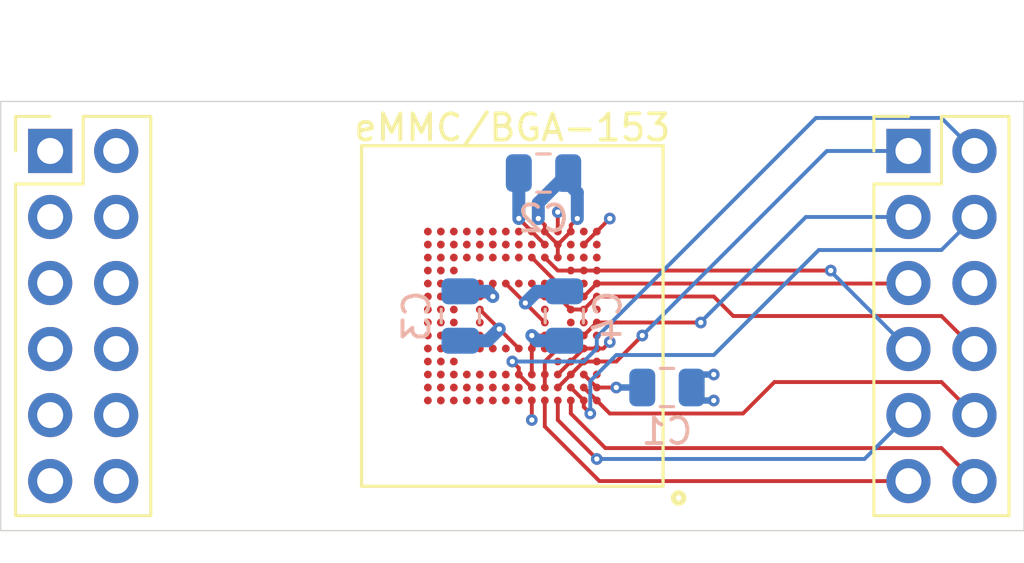
<source format=kicad_pcb>
(kicad_pcb (version 20171130) (host pcbnew "(5.1.8)-1")

  (general
    (thickness 1.2)
    (drawings 6)
    (tracks 141)
    (zones 0)
    (modules 7)
    (nets 15)
  )

  (page A4)
  (layers
    (0 F.Cu signal)
    (1 In1.Cu signal)
    (2 In2.Cu signal)
    (31 B.Cu signal)
    (32 B.Adhes user)
    (33 F.Adhes user)
    (34 B.Paste user)
    (35 F.Paste user)
    (36 B.SilkS user)
    (37 F.SilkS user)
    (38 B.Mask user)
    (39 F.Mask user)
    (40 Dwgs.User user)
    (41 Cmts.User user)
    (42 Eco1.User user)
    (43 Eco2.User user)
    (44 Edge.Cuts user)
    (45 Margin user)
    (46 B.CrtYd user)
    (47 F.CrtYd user)
    (48 B.Fab user)
    (49 F.Fab user)
  )

  (setup
    (last_trace_width 0.15)
    (user_trace_width 0.13)
    (user_trace_width 0.15)
    (user_trace_width 0.2)
    (user_trace_width 0.25)
    (user_trace_width 0.5)
    (trace_clearance 0.127)
    (zone_clearance 0.508)
    (zone_45_only no)
    (trace_min 0.127)
    (via_size 0.45)
    (via_drill 0.2)
    (via_min_size 0.45)
    (via_min_drill 0.2)
    (uvia_size 0.3)
    (uvia_drill 0.1)
    (uvias_allowed no)
    (uvia_min_size 0.2)
    (uvia_min_drill 0.1)
    (edge_width 0.05)
    (segment_width 0.2)
    (pcb_text_width 0.3)
    (pcb_text_size 1.5 1.5)
    (mod_edge_width 0.12)
    (mod_text_size 1 1)
    (mod_text_width 0.15)
    (pad_size 0.3 0.3)
    (pad_drill 0)
    (pad_to_mask_clearance 0)
    (aux_axis_origin 0 0)
    (grid_origin 119.38 91.44)
    (visible_elements 7FFFFFFF)
    (pcbplotparams
      (layerselection 0x010fc_ffffffff)
      (usegerberextensions false)
      (usegerberattributes true)
      (usegerberadvancedattributes true)
      (creategerberjobfile true)
      (excludeedgelayer true)
      (linewidth 0.100000)
      (plotframeref false)
      (viasonmask false)
      (mode 1)
      (useauxorigin false)
      (hpglpennumber 1)
      (hpglpenspeed 20)
      (hpglpendiameter 15.000000)
      (psnegative false)
      (psa4output false)
      (plotreference true)
      (plotvalue true)
      (plotinvisibletext false)
      (padsonsilk false)
      (subtractmaskfromsilk false)
      (outputformat 1)
      (mirror false)
      (drillshape 0)
      (scaleselection 1)
      (outputdirectory "Gerbers"))
  )

  (net 0 "")
  (net 1 GND)
  (net 2 DAT6)
  (net 3 +3V3)
  (net 4 DAT7)
  (net 5 DAT4)
  (net 6 DAT5)
  (net 7 DAT3)
  (net 8 DAT2)
  (net 9 DAT1)
  (net 10 DAT0)
  (net 11 "Net-(C1-Pad1)")
  (net 12 CLK)
  (net 13 CMD)
  (net 14 ~RST)

  (net_class Default "This is the default net class."
    (clearance 0.127)
    (trace_width 0.15)
    (via_dia 0.45)
    (via_drill 0.2)
    (uvia_dia 0.3)
    (uvia_drill 0.1)
    (add_net CLK)
    (add_net CMD)
    (add_net DAT0)
    (add_net DAT1)
    (add_net DAT2)
    (add_net DAT3)
    (add_net DAT4)
    (add_net DAT5)
    (add_net DAT6)
    (add_net DAT7)
    (add_net "Net-(C1-Pad1)")
    (add_net ~RST)
  )

  (net_class Power ""
    (clearance 0.127)
    (trace_width 0.15)
    (via_dia 0.45)
    (via_drill 0.2)
    (uvia_dia 0.3)
    (uvia_drill 0.1)
    (add_net +3V3)
    (add_net GND)
  )

  (module Memory:BGA153N50P14X14_1150X1300X100 (layer F.Cu) (tedit 6030E3E2) (tstamp 60300E48)
    (at 119.38 91.44 180)
    (path /603886B1)
    (fp_text reference U1 (at -2.389655 -7.736935) (layer F.SilkS) hide
      (effects (font (size 1 1) (thickness 0.15)))
    )
    (fp_text value Generic_eMMC_BGA153 (at 0 8) (layer F.Fab) hide
      (effects (font (size 1 1) (thickness 0.15)))
    )
    (fp_line (start 6.05 6.8) (end 6.05 -6.8) (layer F.CrtYd) (width 0.05))
    (fp_line (start -6.05 6.8) (end -6.05 -6.8) (layer F.CrtYd) (width 0.05))
    (fp_line (start -6.05 -6.8) (end 6.05 -6.8) (layer F.CrtYd) (width 0.05))
    (fp_line (start -6.05 6.8) (end 6.05 6.8) (layer F.CrtYd) (width 0.05))
    (fp_line (start -5.8 6.55) (end -5.8 -6.55) (layer F.SilkS) (width 0.127))
    (fp_line (start 5.8 6.55) (end 5.8 -6.55) (layer F.SilkS) (width 0.127))
    (fp_line (start -5.8 6.55) (end -5.8 -6.55) (layer F.Fab) (width 0.127))
    (fp_line (start 5.8 6.55) (end 5.8 -6.55) (layer F.Fab) (width 0.127))
    (fp_line (start 5.8 -6.55) (end -5.8 -6.55) (layer F.SilkS) (width 0.127))
    (fp_line (start 5.8 6.55) (end -5.8 6.55) (layer F.SilkS) (width 0.127))
    (fp_line (start 5.8 -6.55) (end -5.8 -6.55) (layer F.Fab) (width 0.127))
    (fp_line (start 5.8 6.55) (end -5.8 6.55) (layer F.Fab) (width 0.127))
    (fp_circle (center -6.4 -7) (end -6.2 -7) (layer F.SilkS) (width 0.2))
    (pad P14 smd circle (at 3.25 3.25 180) (size 0.3 0.3) (layers F.Cu F.Paste F.Mask))
    (pad P13 smd circle (at 2.75 3.25 180) (size 0.3 0.3) (layers F.Cu F.Paste F.Mask))
    (pad P12 smd circle (at 2.25 3.25 180) (size 0.3 0.3) (layers F.Cu F.Paste F.Mask))
    (pad P11 smd circle (at 1.75 3.25 180) (size 0.3 0.3) (layers F.Cu F.Paste F.Mask))
    (pad P10 smd circle (at 1.25 3.25 180) (size 0.3 0.3) (layers F.Cu F.Paste F.Mask))
    (pad P9 smd circle (at 0.75 3.25 180) (size 0.3 0.3) (layers F.Cu F.Paste F.Mask))
    (pad P8 smd circle (at 0.25 3.25 180) (size 0.3 0.3) (layers F.Cu F.Paste F.Mask))
    (pad P7 smd circle (at -0.25 3.25 180) (size 0.3 0.3) (layers F.Cu F.Paste F.Mask))
    (pad P6 smd circle (at -0.75 3.25 180) (size 0.3 0.3) (layers F.Cu F.Paste F.Mask)
      (net 1 GND))
    (pad P5 smd circle (at -1.25 3.25 180) (size 0.3 0.3) (layers F.Cu F.Paste F.Mask)
      (net 3 +3V3))
    (pad P4 smd circle (at -1.75 3.25 180) (size 0.3 0.3) (layers F.Cu F.Paste F.Mask)
      (net 1 GND))
    (pad P3 smd circle (at -2.25 3.25 180) (size 0.3 0.3) (layers F.Cu F.Paste F.Mask)
      (net 3 +3V3))
    (pad P2 smd circle (at -2.75 3.25 180) (size 0.3 0.3) (layers F.Cu F.Paste F.Mask))
    (pad P1 smd circle (at -3.25 3.25 180) (size 0.3 0.3) (layers F.Cu F.Paste F.Mask)
      (net 1 GND))
    (pad N14 smd circle (at 3.25 2.75 180) (size 0.3 0.3) (layers F.Cu F.Paste F.Mask))
    (pad N13 smd circle (at 2.75 2.75 180) (size 0.3 0.3) (layers F.Cu F.Paste F.Mask))
    (pad N12 smd circle (at 2.25 2.75 180) (size 0.3 0.3) (layers F.Cu F.Paste F.Mask))
    (pad N11 smd circle (at 1.75 2.75 180) (size 0.3 0.3) (layers F.Cu F.Paste F.Mask))
    (pad N10 smd circle (at 1.25 2.75 180) (size 0.3 0.3) (layers F.Cu F.Paste F.Mask))
    (pad N9 smd circle (at 0.75 2.75 180) (size 0.3 0.3) (layers F.Cu F.Paste F.Mask))
    (pad N8 smd circle (at 0.25 2.75 180) (size 0.3 0.3) (layers F.Cu F.Paste F.Mask))
    (pad N7 smd circle (at -0.25 2.75 180) (size 0.3 0.3) (layers F.Cu F.Paste F.Mask))
    (pad N6 smd circle (at -0.75 2.75 180) (size 0.3 0.3) (layers F.Cu F.Paste F.Mask))
    (pad N5 smd circle (at -1.25 2.75 180) (size 0.3 0.3) (layers F.Cu F.Paste F.Mask)
      (net 1 GND))
    (pad N4 smd circle (at -1.75 2.75 180) (size 0.3 0.3) (layers F.Cu F.Paste F.Mask)
      (net 3 +3V3))
    (pad N3 smd circle (at -2.25 2.75 180) (size 0.3 0.3) (layers F.Cu F.Paste F.Mask))
    (pad N2 smd circle (at -2.75 2.75 180) (size 0.3 0.3) (layers F.Cu F.Paste F.Mask)
      (net 1 GND))
    (pad N1 smd circle (at -3.25 2.75 180) (size 0.3 0.3) (layers F.Cu F.Paste F.Mask))
    (pad M14 smd circle (at 3.25 2.25 180) (size 0.3 0.3) (layers F.Cu F.Paste F.Mask))
    (pad M13 smd circle (at 2.75 2.25 180) (size 0.3 0.3) (layers F.Cu F.Paste F.Mask))
    (pad M12 smd circle (at 2.25 2.25 180) (size 0.3 0.3) (layers F.Cu F.Paste F.Mask))
    (pad M11 smd circle (at 1.75 2.25 180) (size 0.3 0.3) (layers F.Cu F.Paste F.Mask))
    (pad M10 smd circle (at 1.25 2.25 180) (size 0.3 0.3) (layers F.Cu F.Paste F.Mask))
    (pad M9 smd circle (at 0.75 2.25 180) (size 0.3 0.3) (layers F.Cu F.Paste F.Mask))
    (pad M8 smd circle (at 0.25 2.25 180) (size 0.3 0.3) (layers F.Cu F.Paste F.Mask))
    (pad M7 smd circle (at -0.25 2.25 180) (size 0.3 0.3) (layers F.Cu F.Paste F.Mask))
    (pad M6 smd circle (at -0.75 2.25 180) (size 0.3 0.3) (layers F.Cu F.Paste F.Mask)
      (net 12 CLK))
    (pad M5 smd circle (at -1.25 2.25 180) (size 0.3 0.3) (layers F.Cu F.Paste F.Mask)
      (net 13 CMD))
    (pad M4 smd circle (at -1.75 2.25 180) (size 0.3 0.3) (layers F.Cu F.Paste F.Mask)
      (net 3 +3V3))
    (pad M3 smd circle (at -2.25 2.25 180) (size 0.3 0.3) (layers F.Cu F.Paste F.Mask))
    (pad M2 smd circle (at -2.75 2.25 180) (size 0.3 0.3) (layers F.Cu F.Paste F.Mask))
    (pad M1 smd circle (at -3.25 2.25 180) (size 0.3 0.3) (layers F.Cu F.Paste F.Mask))
    (pad L14 smd circle (at 3.25 1.75 180) (size 0.3 0.3) (layers F.Cu F.Paste F.Mask))
    (pad L13 smd circle (at 2.75 1.75 180) (size 0.3 0.3) (layers F.Cu F.Paste F.Mask))
    (pad L12 smd circle (at 2.25 1.75 180) (size 0.3 0.3) (layers F.Cu F.Paste F.Mask))
    (pad L3 smd circle (at -2.25 1.75 180) (size 0.3 0.3) (layers F.Cu F.Paste F.Mask)
      (net 13 CMD))
    (pad L2 smd circle (at -2.75 1.75 180) (size 0.3 0.3) (layers F.Cu F.Paste F.Mask)
      (net 13 CMD))
    (pad L1 smd circle (at -3.25 1.75 180) (size 0.3 0.3) (layers F.Cu F.Paste F.Mask)
      (net 13 CMD))
    (pad K14 smd circle (at 3.25 1.25 180) (size 0.3 0.3) (layers F.Cu F.Paste F.Mask))
    (pad K13 smd circle (at 2.75 1.25 180) (size 0.3 0.3) (layers F.Cu F.Paste F.Mask))
    (pad K12 smd circle (at 2.25 1.25 180) (size 0.3 0.3) (layers F.Cu F.Paste F.Mask))
    (pad K10 smd circle (at 1.25 1.25 180) (size 0.3 0.3) (layers F.Cu F.Paste F.Mask))
    (pad K9 smd circle (at 0.75 1.25 180) (size 0.3 0.3) (layers F.Cu F.Paste F.Mask)
      (net 3 +3V3))
    (pad K8 smd circle (at 0.25 1.25 180) (size 0.3 0.3) (layers F.Cu F.Paste F.Mask)
      (net 1 GND))
    (pad K7 smd circle (at -0.25 1.25 180) (size 0.3 0.3) (layers F.Cu F.Paste F.Mask))
    (pad K6 smd circle (at -0.75 1.25 180) (size 0.3 0.3) (layers F.Cu F.Paste F.Mask))
    (pad K5 smd circle (at -1.25 1.25 180) (size 0.3 0.3) (layers F.Cu F.Paste F.Mask)
      (net 14 ~RST))
    (pad K3 smd circle (at -2.25 1.25 180) (size 0.3 0.3) (layers F.Cu F.Paste F.Mask)
      (net 12 CLK))
    (pad K2 smd circle (at -2.75 1.25 180) (size 0.3 0.3) (layers F.Cu F.Paste F.Mask))
    (pad K1 smd circle (at -3.25 1.25 180) (size 0.3 0.3) (layers F.Cu F.Paste F.Mask)
      (net 12 CLK))
    (pad J14 smd circle (at 3.25 0.75 180) (size 0.3 0.3) (layers F.Cu F.Paste F.Mask))
    (pad J13 smd circle (at 2.75 0.75 180) (size 0.3 0.3) (layers F.Cu F.Paste F.Mask))
    (pad J12 smd circle (at 2.25 0.75 180) (size 0.3 0.3) (layers F.Cu F.Paste F.Mask))
    (pad J10 smd circle (at 1.25 0.75 180) (size 0.3 0.3) (layers F.Cu F.Paste F.Mask)
      (net 3 +3V3))
    (pad J5 smd circle (at -1.25 0.75 180) (size 0.3 0.3) (layers F.Cu F.Paste F.Mask)
      (net 1 GND))
    (pad J3 smd circle (at -2.25 0.75 180) (size 0.3 0.3) (layers F.Cu F.Paste F.Mask))
    (pad J2 smd circle (at -2.75 0.75 180) (size 0.3 0.3) (layers F.Cu F.Paste F.Mask)
      (net 12 CLK))
    (pad J1 smd circle (at -3.25 0.75 180) (size 0.3 0.3) (layers F.Cu F.Paste F.Mask)
      (net 14 ~RST))
    (pad H14 smd circle (at 3.25 0.25 180) (size 0.3 0.3) (layers F.Cu F.Paste F.Mask))
    (pad H13 smd circle (at 2.75 0.25 180) (size 0.3 0.3) (layers F.Cu F.Paste F.Mask))
    (pad H12 smd circle (at 2.25 0.25 180) (size 0.3 0.3) (layers F.Cu F.Paste F.Mask))
    (pad H10 smd circle (at 1.25 0.25 180) (size 0.3 0.3) (layers F.Cu F.Paste F.Mask)
      (net 1 GND))
    (pad H5 smd circle (at -1.25 0.25 180) (size 0.3 0.3) (layers F.Cu F.Paste F.Mask))
    (pad H3 smd circle (at -2.25 0.25 180) (size 0.3 0.3) (layers F.Cu F.Paste F.Mask)
      (net 14 ~RST))
    (pad H2 smd circle (at -2.75 0.25 180) (size 0.3 0.3) (layers F.Cu F.Paste F.Mask)
      (net 14 ~RST))
    (pad H1 smd circle (at -3.25 0.25 180) (size 0.3 0.3) (layers F.Cu F.Paste F.Mask))
    (pad G14 smd circle (at 3.25 -0.25 180) (size 0.3 0.3) (layers F.Cu F.Paste F.Mask))
    (pad G13 smd circle (at 2.75 -0.25 180) (size 0.3 0.3) (layers F.Cu F.Paste F.Mask))
    (pad G12 smd circle (at 2.25 -0.25 180) (size 0.3 0.3) (layers F.Cu F.Paste F.Mask))
    (pad G10 smd circle (at 1.25 -0.25 180) (size 0.3 0.3) (layers F.Cu F.Paste F.Mask))
    (pad G5 smd circle (at -1.25 -0.25 180) (size 0.3 0.3) (layers F.Cu F.Paste F.Mask)
      (net 1 GND))
    (pad G3 smd circle (at -2.25 -0.25 180) (size 0.3 0.3) (layers F.Cu F.Paste F.Mask))
    (pad G2 smd circle (at -2.75 -0.25 180) (size 0.3 0.3) (layers F.Cu F.Paste F.Mask))
    (pad G1 smd circle (at -3.25 -0.25 180) (size 0.3 0.3) (layers F.Cu F.Paste F.Mask)
      (net 2 DAT6))
    (pad F14 smd circle (at 3.25 -0.75 180) (size 0.3 0.3) (layers F.Cu F.Paste F.Mask))
    (pad F13 smd circle (at 2.75 -0.75 180) (size 0.3 0.3) (layers F.Cu F.Paste F.Mask))
    (pad F12 smd circle (at 2.25 -0.75 180) (size 0.3 0.3) (layers F.Cu F.Paste F.Mask))
    (pad F10 smd circle (at 1.25 -0.75 180) (size 0.3 0.3) (layers F.Cu F.Paste F.Mask))
    (pad F5 smd circle (at -1.25 -0.75 180) (size 0.3 0.3) (layers F.Cu F.Paste F.Mask)
      (net 3 +3V3))
    (pad F3 smd circle (at -2.25 -0.75 180) (size 0.3 0.3) (layers F.Cu F.Paste F.Mask))
    (pad F2 smd circle (at -2.75 -0.75 180) (size 0.3 0.3) (layers F.Cu F.Paste F.Mask)
      (net 2 DAT6))
    (pad F1 smd circle (at -3.25 -0.75 180) (size 0.3 0.3) (layers F.Cu F.Paste F.Mask))
    (pad E14 smd circle (at 3.25 -1.25 180) (size 0.3 0.3) (layers F.Cu F.Paste F.Mask))
    (pad E13 smd circle (at 2.75 -1.25 180) (size 0.3 0.3) (layers F.Cu F.Paste F.Mask))
    (pad E12 smd circle (at 2.25 -1.25 180) (size 0.3 0.3) (layers F.Cu F.Paste F.Mask))
    (pad E10 smd circle (at 1.25 -1.25 180) (size 0.3 0.3) (layers F.Cu F.Paste F.Mask))
    (pad E9 smd circle (at 0.75 -1.25 180) (size 0.3 0.3) (layers F.Cu F.Paste F.Mask))
    (pad E8 smd circle (at 0.25 -1.25 180) (size 0.3 0.3) (layers F.Cu F.Paste F.Mask))
    (pad E7 smd circle (at -0.25 -1.25 180) (size 0.3 0.3) (layers F.Cu F.Paste F.Mask)
      (net 1 GND))
    (pad E6 smd circle (at -0.75 -1.25 180) (size 0.3 0.3) (layers F.Cu F.Paste F.Mask)
      (net 3 +3V3))
    (pad E5 smd circle (at -1.25 -1.25 180) (size 0.3 0.3) (layers F.Cu F.Paste F.Mask))
    (pad E3 smd circle (at -2.25 -1.25 180) (size 0.3 0.3) (layers F.Cu F.Paste F.Mask)
      (net 2 DAT6))
    (pad E2 smd circle (at -2.75 -1.25 180) (size 0.3 0.3) (layers F.Cu F.Paste F.Mask)
      (net 1 GND))
    (pad E1 smd circle (at -3.25 -1.25 180) (size 0.3 0.3) (layers F.Cu F.Paste F.Mask)
      (net 1 GND))
    (pad D14 smd circle (at 3.25 -1.75 180) (size 0.3 0.3) (layers F.Cu F.Paste F.Mask))
    (pad D13 smd circle (at 2.75 -1.75 180) (size 0.3 0.3) (layers F.Cu F.Paste F.Mask))
    (pad D12 smd circle (at 2.25 -1.75 180) (size 0.3 0.3) (layers F.Cu F.Paste F.Mask))
    (pad D4 smd circle (at -1.75 -1.75 180) (size 0.3 0.3) (layers F.Cu F.Paste F.Mask))
    (pad D3 smd circle (at -2.25 -1.75 180) (size 0.3 0.3) (layers F.Cu F.Paste F.Mask)
      (net 1 GND))
    (pad D2 smd circle (at -2.75 -1.75 180) (size 0.3 0.3) (layers F.Cu F.Paste F.Mask)
      (net 6 DAT5))
    (pad D1 smd circle (at -3.25 -1.75 180) (size 0.3 0.3) (layers F.Cu F.Paste F.Mask)
      (net 6 DAT5))
    (pad C14 smd circle (at 3.25 -2.25 180) (size 0.3 0.3) (layers F.Cu F.Paste F.Mask))
    (pad C13 smd circle (at 2.75 -2.25 180) (size 0.3 0.3) (layers F.Cu F.Paste F.Mask))
    (pad C12 smd circle (at 2.25 -2.25 180) (size 0.3 0.3) (layers F.Cu F.Paste F.Mask))
    (pad C11 smd circle (at 1.75 -2.25 180) (size 0.3 0.3) (layers F.Cu F.Paste F.Mask))
    (pad C10 smd circle (at 1.25 -2.25 180) (size 0.3 0.3) (layers F.Cu F.Paste F.Mask))
    (pad C9 smd circle (at 0.75 -2.25 180) (size 0.3 0.3) (layers F.Cu F.Paste F.Mask))
    (pad C8 smd circle (at 0.25 -2.25 180) (size 0.3 0.3) (layers F.Cu F.Paste F.Mask))
    (pad C7 smd circle (at -0.25 -2.25 180) (size 0.3 0.3) (layers F.Cu F.Paste F.Mask)
      (net 4 DAT7))
    (pad C6 smd circle (at -0.75 -2.25 180) (size 0.3 0.3) (layers F.Cu F.Paste F.Mask)
      (net 3 +3V3))
    (pad C5 smd circle (at -1.25 -2.25 180) (size 0.3 0.3) (layers F.Cu F.Paste F.Mask)
      (net 2 DAT6))
    (pad C4 smd circle (at -1.75 -2.25 180) (size 0.3 0.3) (layers F.Cu F.Paste F.Mask)
      (net 1 GND))
    (pad C3 smd circle (at -2.25 -2.25 180) (size 0.3 0.3) (layers F.Cu F.Paste F.Mask)
      (net 6 DAT5))
    (pad C2 smd circle (at -2.75 -2.25 180) (size 0.3 0.3) (layers F.Cu F.Paste F.Mask)
      (net 11 "Net-(C1-Pad1)"))
    (pad C1 smd circle (at -3.25 -2.25 180) (size 0.3 0.3) (layers F.Cu F.Paste F.Mask))
    (pad B14 smd circle (at 3.25 -2.75 180) (size 0.3 0.3) (layers F.Cu F.Paste F.Mask))
    (pad B13 smd circle (at 2.75 -2.75 180) (size 0.3 0.3) (layers F.Cu F.Paste F.Mask))
    (pad B12 smd circle (at 2.25 -2.75 180) (size 0.3 0.3) (layers F.Cu F.Paste F.Mask))
    (pad B11 smd circle (at 1.75 -2.75 180) (size 0.3 0.3) (layers F.Cu F.Paste F.Mask))
    (pad B10 smd circle (at 1.25 -2.75 180) (size 0.3 0.3) (layers F.Cu F.Paste F.Mask))
    (pad B9 smd circle (at 0.75 -2.75 180) (size 0.3 0.3) (layers F.Cu F.Paste F.Mask))
    (pad B8 smd circle (at 0.25 -2.75 180) (size 0.3 0.3) (layers F.Cu F.Paste F.Mask))
    (pad B7 smd circle (at -0.25 -2.75 180) (size 0.3 0.3) (layers F.Cu F.Paste F.Mask))
    (pad B6 smd circle (at -0.75 -2.75 180) (size 0.3 0.3) (layers F.Cu F.Paste F.Mask)
      (net 4 DAT7))
    (pad B5 smd circle (at -1.25 -2.75 180) (size 0.3 0.3) (layers F.Cu F.Paste F.Mask)
      (net 2 DAT6))
    (pad B4 smd circle (at -1.75 -2.75 180) (size 0.3 0.3) (layers F.Cu F.Paste F.Mask)
      (net 6 DAT5))
    (pad B3 smd circle (at -2.25 -2.75 180) (size 0.3 0.3) (layers F.Cu F.Paste F.Mask)
      (net 5 DAT4))
    (pad B2 smd circle (at -2.75 -2.75 180) (size 0.3 0.3) (layers F.Cu F.Paste F.Mask)
      (net 7 DAT3))
    (pad B1 smd circle (at -3.25 -2.75 180) (size 0.3 0.3) (layers F.Cu F.Paste F.Mask)
      (net 11 "Net-(C1-Pad1)"))
    (pad A14 smd circle (at 3.25 -3.25 180) (size 0.3 0.3) (layers F.Cu F.Paste F.Mask))
    (pad A13 smd circle (at 2.75 -3.25 180) (size 0.3 0.3) (layers F.Cu F.Paste F.Mask))
    (pad A12 smd circle (at 2.25 -3.25 180) (size 0.3 0.3) (layers F.Cu F.Paste F.Mask))
    (pad A11 smd circle (at 1.75 -3.25 180) (size 0.3 0.3) (layers F.Cu F.Paste F.Mask))
    (pad A10 smd circle (at 1.25 -3.25 180) (size 0.3 0.3) (layers F.Cu F.Paste F.Mask))
    (pad A9 smd circle (at 0.75 -3.25 180) (size 0.3 0.3) (layers F.Cu F.Paste F.Mask))
    (pad A8 smd circle (at 0.25 -3.25 180) (size 0.3 0.3) (layers F.Cu F.Paste F.Mask))
    (pad A7 smd circle (at -0.25 -3.25 180) (size 0.3 0.3) (layers F.Cu F.Paste F.Mask))
    (pad A6 smd circle (at -0.75 -3.25 180) (size 0.3 0.3) (layers F.Cu F.Paste F.Mask)
      (net 1 GND))
    (pad A5 smd circle (at -1.25 -3.25 180) (size 0.3 0.3) (layers F.Cu F.Paste F.Mask)
      (net 8 DAT2))
    (pad A4 smd circle (at -1.75 -3.25 180) (size 0.3 0.3) (layers F.Cu F.Paste F.Mask)
      (net 9 DAT1))
    (pad A3 smd circle (at -2.25 -3.25 180) (size 0.3 0.3) (layers F.Cu F.Paste F.Mask)
      (net 10 DAT0))
    (pad A2 smd circle (at -2.75 -3.25 180) (size 0.3 0.3) (layers F.Cu F.Paste F.Mask)
      (net 5 DAT4))
    (pad A1 smd circle (at -3.25 -3.25 180) (size 0.3 0.3) (layers F.Cu F.Paste F.Mask)
      (net 7 DAT3))
  )

  (module Capacitor_SMD:C_0805_2012Metric (layer B.Cu) (tedit 5F68FEEE) (tstamp 603132DB)
    (at 121.38 91.44 90)
    (descr "Capacitor SMD 0805 (2012 Metric), square (rectangular) end terminal, IPC_7351 nominal, (Body size source: IPC-SM-782 page 76, https://www.pcb-3d.com/wordpress/wp-content/uploads/ipc-sm-782a_amendment_1_and_2.pdf, https://docs.google.com/spreadsheets/d/1BsfQQcO9C6DZCsRaXUlFlo91Tg2WpOkGARC1WS5S8t0/edit?usp=sharing), generated with kicad-footprint-generator")
    (tags capacitor)
    (path /6036B17D)
    (attr smd)
    (fp_text reference C4 (at 0 1.68 90) (layer B.SilkS)
      (effects (font (size 1 1) (thickness 0.15)) (justify mirror))
    )
    (fp_text value 100n (at 0 -1.68 90) (layer B.Fab)
      (effects (font (size 1 1) (thickness 0.15)) (justify mirror))
    )
    (fp_line (start 1.7 -0.98) (end -1.7 -0.98) (layer B.CrtYd) (width 0.05))
    (fp_line (start 1.7 0.98) (end 1.7 -0.98) (layer B.CrtYd) (width 0.05))
    (fp_line (start -1.7 0.98) (end 1.7 0.98) (layer B.CrtYd) (width 0.05))
    (fp_line (start -1.7 -0.98) (end -1.7 0.98) (layer B.CrtYd) (width 0.05))
    (fp_line (start -0.261252 -0.735) (end 0.261252 -0.735) (layer B.SilkS) (width 0.12))
    (fp_line (start -0.261252 0.735) (end 0.261252 0.735) (layer B.SilkS) (width 0.12))
    (fp_line (start 1 -0.625) (end -1 -0.625) (layer B.Fab) (width 0.1))
    (fp_line (start 1 0.625) (end 1 -0.625) (layer B.Fab) (width 0.1))
    (fp_line (start -1 0.625) (end 1 0.625) (layer B.Fab) (width 0.1))
    (fp_line (start -1 -0.625) (end -1 0.625) (layer B.Fab) (width 0.1))
    (fp_text user %R (at 0 0 90) (layer B.Fab)
      (effects (font (size 0.5 0.5) (thickness 0.08)) (justify mirror))
    )
    (pad 2 smd roundrect (at 0.95 0 90) (size 1 1.45) (layers B.Cu B.Paste B.Mask) (roundrect_rratio 0.25)
      (net 1 GND))
    (pad 1 smd roundrect (at -0.95 0 90) (size 1 1.45) (layers B.Cu B.Paste B.Mask) (roundrect_rratio 0.25)
      (net 3 +3V3))
    (model ${KISYS3DMOD}/Capacitor_SMD.3dshapes/C_0805_2012Metric.wrl
      (at (xyz 0 0 0))
      (scale (xyz 1 1 1))
      (rotate (xyz 0 0 0))
    )
  )

  (module Capacitor_SMD:C_0805_2012Metric (layer B.Cu) (tedit 5F68FEEE) (tstamp 602FD401)
    (at 117.38 91.44 270)
    (descr "Capacitor SMD 0805 (2012 Metric), square (rectangular) end terminal, IPC_7351 nominal, (Body size source: IPC-SM-782 page 76, https://www.pcb-3d.com/wordpress/wp-content/uploads/ipc-sm-782a_amendment_1_and_2.pdf, https://docs.google.com/spreadsheets/d/1BsfQQcO9C6DZCsRaXUlFlo91Tg2WpOkGARC1WS5S8t0/edit?usp=sharing), generated with kicad-footprint-generator")
    (tags capacitor)
    (path /6036AE2E)
    (attr smd)
    (fp_text reference C3 (at 0 1.68 90) (layer B.SilkS)
      (effects (font (size 1 1) (thickness 0.15)) (justify mirror))
    )
    (fp_text value 100n (at 0 -1.68 90) (layer B.Fab)
      (effects (font (size 1 1) (thickness 0.15)) (justify mirror))
    )
    (fp_line (start 1.7 -0.98) (end -1.7 -0.98) (layer B.CrtYd) (width 0.05))
    (fp_line (start 1.7 0.98) (end 1.7 -0.98) (layer B.CrtYd) (width 0.05))
    (fp_line (start -1.7 0.98) (end 1.7 0.98) (layer B.CrtYd) (width 0.05))
    (fp_line (start -1.7 -0.98) (end -1.7 0.98) (layer B.CrtYd) (width 0.05))
    (fp_line (start -0.261252 -0.735) (end 0.261252 -0.735) (layer B.SilkS) (width 0.12))
    (fp_line (start -0.261252 0.735) (end 0.261252 0.735) (layer B.SilkS) (width 0.12))
    (fp_line (start 1 -0.625) (end -1 -0.625) (layer B.Fab) (width 0.1))
    (fp_line (start 1 0.625) (end 1 -0.625) (layer B.Fab) (width 0.1))
    (fp_line (start -1 0.625) (end 1 0.625) (layer B.Fab) (width 0.1))
    (fp_line (start -1 -0.625) (end -1 0.625) (layer B.Fab) (width 0.1))
    (fp_text user %R (at 0 0 90) (layer B.Fab)
      (effects (font (size 0.5 0.5) (thickness 0.08)) (justify mirror))
    )
    (pad 2 smd roundrect (at 0.95 0 270) (size 1 1.45) (layers B.Cu B.Paste B.Mask) (roundrect_rratio 0.25)
      (net 1 GND))
    (pad 1 smd roundrect (at -0.95 0 270) (size 1 1.45) (layers B.Cu B.Paste B.Mask) (roundrect_rratio 0.25)
      (net 3 +3V3))
    (model ${KISYS3DMOD}/Capacitor_SMD.3dshapes/C_0805_2012Metric.wrl
      (at (xyz 0 0 0))
      (scale (xyz 1 1 1))
      (rotate (xyz 0 0 0))
    )
  )

  (module Capacitor_SMD:C_0805_2012Metric (layer B.Cu) (tedit 5F68FEEE) (tstamp 602FD3F0)
    (at 120.58 85.94 180)
    (descr "Capacitor SMD 0805 (2012 Metric), square (rectangular) end terminal, IPC_7351 nominal, (Body size source: IPC-SM-782 page 76, https://www.pcb-3d.com/wordpress/wp-content/uploads/ipc-sm-782a_amendment_1_and_2.pdf, https://docs.google.com/spreadsheets/d/1BsfQQcO9C6DZCsRaXUlFlo91Tg2WpOkGARC1WS5S8t0/edit?usp=sharing), generated with kicad-footprint-generator")
    (tags capacitor)
    (path /6036A62D)
    (attr smd)
    (fp_text reference C2 (at 0 -1.75) (layer B.SilkS)
      (effects (font (size 1 1) (thickness 0.15)) (justify mirror))
    )
    (fp_text value 100n (at 0 -1.68) (layer B.Fab)
      (effects (font (size 1 1) (thickness 0.15)) (justify mirror))
    )
    (fp_line (start 1.7 -0.98) (end -1.7 -0.98) (layer B.CrtYd) (width 0.05))
    (fp_line (start 1.7 0.98) (end 1.7 -0.98) (layer B.CrtYd) (width 0.05))
    (fp_line (start -1.7 0.98) (end 1.7 0.98) (layer B.CrtYd) (width 0.05))
    (fp_line (start -1.7 -0.98) (end -1.7 0.98) (layer B.CrtYd) (width 0.05))
    (fp_line (start -0.261252 -0.735) (end 0.261252 -0.735) (layer B.SilkS) (width 0.12))
    (fp_line (start -0.261252 0.735) (end 0.261252 0.735) (layer B.SilkS) (width 0.12))
    (fp_line (start 1 -0.625) (end -1 -0.625) (layer B.Fab) (width 0.1))
    (fp_line (start 1 0.625) (end 1 -0.625) (layer B.Fab) (width 0.1))
    (fp_line (start -1 0.625) (end 1 0.625) (layer B.Fab) (width 0.1))
    (fp_line (start -1 -0.625) (end -1 0.625) (layer B.Fab) (width 0.1))
    (fp_text user %R (at 0 0) (layer B.Fab)
      (effects (font (size 0.5 0.5) (thickness 0.08)) (justify mirror))
    )
    (pad 2 smd roundrect (at 0.95 0 180) (size 1 1.45) (layers B.Cu B.Paste B.Mask) (roundrect_rratio 0.25)
      (net 1 GND))
    (pad 1 smd roundrect (at -0.95 0 180) (size 1 1.45) (layers B.Cu B.Paste B.Mask) (roundrect_rratio 0.25)
      (net 3 +3V3))
    (model ${KISYS3DMOD}/Capacitor_SMD.3dshapes/C_0805_2012Metric.wrl
      (at (xyz 0 0 0))
      (scale (xyz 1 1 1))
      (rotate (xyz 0 0 0))
    )
  )

  (module Connector_PinHeader_2.54mm:PinHeader_2x06_P2.54mm_Vertical (layer F.Cu) (tedit 59FED5CC) (tstamp 602FADF8)
    (at 134.62 85.09)
    (descr "Through hole straight pin header, 2x06, 2.54mm pitch, double rows")
    (tags "Through hole pin header THT 2x06 2.54mm double row")
    (path /60360DCD)
    (fp_text reference J2 (at 1.27 -2.33) (layer F.SilkS) hide
      (effects (font (size 1 1) (thickness 0.15)))
    )
    (fp_text value Right (at 1.27 15.03) (layer F.Fab)
      (effects (font (size 1 1) (thickness 0.15)))
    )
    (fp_line (start 4.35 -1.8) (end -1.8 -1.8) (layer F.CrtYd) (width 0.05))
    (fp_line (start 4.35 14.5) (end 4.35 -1.8) (layer F.CrtYd) (width 0.05))
    (fp_line (start -1.8 14.5) (end 4.35 14.5) (layer F.CrtYd) (width 0.05))
    (fp_line (start -1.8 -1.8) (end -1.8 14.5) (layer F.CrtYd) (width 0.05))
    (fp_line (start -1.33 -1.33) (end 0 -1.33) (layer F.SilkS) (width 0.12))
    (fp_line (start -1.33 0) (end -1.33 -1.33) (layer F.SilkS) (width 0.12))
    (fp_line (start 1.27 -1.33) (end 3.87 -1.33) (layer F.SilkS) (width 0.12))
    (fp_line (start 1.27 1.27) (end 1.27 -1.33) (layer F.SilkS) (width 0.12))
    (fp_line (start -1.33 1.27) (end 1.27 1.27) (layer F.SilkS) (width 0.12))
    (fp_line (start 3.87 -1.33) (end 3.87 14.03) (layer F.SilkS) (width 0.12))
    (fp_line (start -1.33 1.27) (end -1.33 14.03) (layer F.SilkS) (width 0.12))
    (fp_line (start -1.33 14.03) (end 3.87 14.03) (layer F.SilkS) (width 0.12))
    (fp_line (start -1.27 0) (end 0 -1.27) (layer F.Fab) (width 0.1))
    (fp_line (start -1.27 13.97) (end -1.27 0) (layer F.Fab) (width 0.1))
    (fp_line (start 3.81 13.97) (end -1.27 13.97) (layer F.Fab) (width 0.1))
    (fp_line (start 3.81 -1.27) (end 3.81 13.97) (layer F.Fab) (width 0.1))
    (fp_line (start 0 -1.27) (end 3.81 -1.27) (layer F.Fab) (width 0.1))
    (fp_text user %R (at 1.27 6.35 90) (layer F.Fab)
      (effects (font (size 1 1) (thickness 0.15)))
    )
    (pad 12 thru_hole oval (at 2.54 12.7) (size 1.7 1.7) (drill 1) (layers *.Cu *.Mask)
      (net 10 DAT0))
    (pad 11 thru_hole oval (at 0 12.7) (size 1.7 1.7) (drill 1) (layers *.Cu *.Mask)
      (net 8 DAT2))
    (pad 10 thru_hole oval (at 2.54 10.16) (size 1.7 1.7) (drill 1) (layers *.Cu *.Mask)
      (net 7 DAT3))
    (pad 9 thru_hole oval (at 0 10.16) (size 1.7 1.7) (drill 1) (layers *.Cu *.Mask)
      (net 9 DAT1))
    (pad 8 thru_hole oval (at 2.54 7.62) (size 1.7 1.7) (drill 1) (layers *.Cu *.Mask)
      (net 14 ~RST))
    (pad 7 thru_hole oval (at 0 7.62) (size 1.7 1.7) (drill 1) (layers *.Cu *.Mask)
      (net 13 CMD))
    (pad 6 thru_hole oval (at 2.54 5.08) (size 1.7 1.7) (drill 1) (layers *.Cu *.Mask)
      (net 1 GND))
    (pad 5 thru_hole oval (at 0 5.08) (size 1.7 1.7) (drill 1) (layers *.Cu *.Mask)
      (net 12 CLK))
    (pad 4 thru_hole oval (at 2.54 2.54) (size 1.7 1.7) (drill 1) (layers *.Cu *.Mask)
      (net 5 DAT4))
    (pad 3 thru_hole oval (at 0 2.54) (size 1.7 1.7) (drill 1) (layers *.Cu *.Mask)
      (net 2 DAT6))
    (pad 2 thru_hole oval (at 2.54 0) (size 1.7 1.7) (drill 1) (layers *.Cu *.Mask)
      (net 4 DAT7))
    (pad 1 thru_hole rect (at 0 0) (size 1.7 1.7) (drill 1) (layers *.Cu *.Mask)
      (net 6 DAT5))
    (model ${KISYS3DMOD}/Connector_PinHeader_2.54mm.3dshapes/PinHeader_2x06_P2.54mm_Vertical.wrl
      (at (xyz 0 0 0))
      (scale (xyz 1 1 1))
      (rotate (xyz 0 0 0))
    )
  )

  (module Connector_PinHeader_2.54mm:PinHeader_2x06_P2.54mm_Vertical (layer F.Cu) (tedit 59FED5CC) (tstamp 602FADD6)
    (at 101.6 85.09)
    (descr "Through hole straight pin header, 2x06, 2.54mm pitch, double rows")
    (tags "Through hole pin header THT 2x06 2.54mm double row")
    (path /60360599)
    (fp_text reference J1 (at 1.27 -2.33) (layer F.SilkS) hide
      (effects (font (size 1 1) (thickness 0.15)))
    )
    (fp_text value Left (at 1.27 15.03) (layer F.Fab)
      (effects (font (size 1 1) (thickness 0.15)))
    )
    (fp_line (start 4.35 -1.8) (end -1.8 -1.8) (layer F.CrtYd) (width 0.05))
    (fp_line (start 4.35 14.5) (end 4.35 -1.8) (layer F.CrtYd) (width 0.05))
    (fp_line (start -1.8 14.5) (end 4.35 14.5) (layer F.CrtYd) (width 0.05))
    (fp_line (start -1.8 -1.8) (end -1.8 14.5) (layer F.CrtYd) (width 0.05))
    (fp_line (start -1.33 -1.33) (end 0 -1.33) (layer F.SilkS) (width 0.12))
    (fp_line (start -1.33 0) (end -1.33 -1.33) (layer F.SilkS) (width 0.12))
    (fp_line (start 1.27 -1.33) (end 3.87 -1.33) (layer F.SilkS) (width 0.12))
    (fp_line (start 1.27 1.27) (end 1.27 -1.33) (layer F.SilkS) (width 0.12))
    (fp_line (start -1.33 1.27) (end 1.27 1.27) (layer F.SilkS) (width 0.12))
    (fp_line (start 3.87 -1.33) (end 3.87 14.03) (layer F.SilkS) (width 0.12))
    (fp_line (start -1.33 1.27) (end -1.33 14.03) (layer F.SilkS) (width 0.12))
    (fp_line (start -1.33 14.03) (end 3.87 14.03) (layer F.SilkS) (width 0.12))
    (fp_line (start -1.27 0) (end 0 -1.27) (layer F.Fab) (width 0.1))
    (fp_line (start -1.27 13.97) (end -1.27 0) (layer F.Fab) (width 0.1))
    (fp_line (start 3.81 13.97) (end -1.27 13.97) (layer F.Fab) (width 0.1))
    (fp_line (start 3.81 -1.27) (end 3.81 13.97) (layer F.Fab) (width 0.1))
    (fp_line (start 0 -1.27) (end 3.81 -1.27) (layer F.Fab) (width 0.1))
    (fp_text user %R (at 1.27 6.35 90) (layer F.Fab)
      (effects (font (size 1 1) (thickness 0.15)))
    )
    (pad 12 thru_hole oval (at 2.54 12.7) (size 1.7 1.7) (drill 1) (layers *.Cu *.Mask))
    (pad 11 thru_hole oval (at 0 12.7) (size 1.7 1.7) (drill 1) (layers *.Cu *.Mask)
      (net 1 GND))
    (pad 10 thru_hole oval (at 2.54 10.16) (size 1.7 1.7) (drill 1) (layers *.Cu *.Mask))
    (pad 9 thru_hole oval (at 0 10.16) (size 1.7 1.7) (drill 1) (layers *.Cu *.Mask)
      (net 1 GND))
    (pad 8 thru_hole oval (at 2.54 7.62) (size 1.7 1.7) (drill 1) (layers *.Cu *.Mask)
      (net 3 +3V3))
    (pad 7 thru_hole oval (at 0 7.62) (size 1.7 1.7) (drill 1) (layers *.Cu *.Mask)
      (net 1 GND))
    (pad 6 thru_hole oval (at 2.54 5.08) (size 1.7 1.7) (drill 1) (layers *.Cu *.Mask)
      (net 3 +3V3))
    (pad 5 thru_hole oval (at 0 5.08) (size 1.7 1.7) (drill 1) (layers *.Cu *.Mask)
      (net 1 GND))
    (pad 4 thru_hole oval (at 2.54 2.54) (size 1.7 1.7) (drill 1) (layers *.Cu *.Mask))
    (pad 3 thru_hole oval (at 0 2.54) (size 1.7 1.7) (drill 1) (layers *.Cu *.Mask)
      (net 1 GND))
    (pad 2 thru_hole oval (at 2.54 0) (size 1.7 1.7) (drill 1) (layers *.Cu *.Mask))
    (pad 1 thru_hole rect (at 0 0) (size 1.7 1.7) (drill 1) (layers *.Cu *.Mask)
      (net 1 GND))
    (model ${KISYS3DMOD}/Connector_PinHeader_2.54mm.3dshapes/PinHeader_2x06_P2.54mm_Vertical.wrl
      (at (xyz 0 0 0))
      (scale (xyz 1 1 1))
      (rotate (xyz 0 0 0))
    )
  )

  (module Capacitor_SMD:C_0805_2012Metric (layer B.Cu) (tedit 5F68FEEE) (tstamp 6030DBE5)
    (at 125.33 94.19)
    (descr "Capacitor SMD 0805 (2012 Metric), square (rectangular) end terminal, IPC_7351 nominal, (Body size source: IPC-SM-782 page 76, https://www.pcb-3d.com/wordpress/wp-content/uploads/ipc-sm-782a_amendment_1_and_2.pdf, https://docs.google.com/spreadsheets/d/1BsfQQcO9C6DZCsRaXUlFlo91Tg2WpOkGARC1WS5S8t0/edit?usp=sharing), generated with kicad-footprint-generator")
    (tags capacitor)
    (path /603649A7)
    (attr smd)
    (fp_text reference C1 (at 0 1.68) (layer B.SilkS)
      (effects (font (size 1 1) (thickness 0.15)) (justify mirror))
    )
    (fp_text value 100n (at 0 -1.68) (layer B.Fab)
      (effects (font (size 1 1) (thickness 0.15)) (justify mirror))
    )
    (fp_line (start 1.7 -0.98) (end -1.7 -0.98) (layer B.CrtYd) (width 0.05))
    (fp_line (start 1.7 0.98) (end 1.7 -0.98) (layer B.CrtYd) (width 0.05))
    (fp_line (start -1.7 0.98) (end 1.7 0.98) (layer B.CrtYd) (width 0.05))
    (fp_line (start -1.7 -0.98) (end -1.7 0.98) (layer B.CrtYd) (width 0.05))
    (fp_line (start -0.261252 -0.735) (end 0.261252 -0.735) (layer B.SilkS) (width 0.12))
    (fp_line (start -0.261252 0.735) (end 0.261252 0.735) (layer B.SilkS) (width 0.12))
    (fp_line (start 1 -0.625) (end -1 -0.625) (layer B.Fab) (width 0.1))
    (fp_line (start 1 0.625) (end 1 -0.625) (layer B.Fab) (width 0.1))
    (fp_line (start -1 0.625) (end 1 0.625) (layer B.Fab) (width 0.1))
    (fp_line (start -1 -0.625) (end -1 0.625) (layer B.Fab) (width 0.1))
    (fp_text user %R (at 0 0) (layer B.Fab)
      (effects (font (size 0.5 0.5) (thickness 0.08)) (justify mirror))
    )
    (pad 2 smd roundrect (at 0.95 0) (size 1 1.45) (layers B.Cu B.Paste B.Mask) (roundrect_rratio 0.25)
      (net 1 GND))
    (pad 1 smd roundrect (at -0.95 0) (size 1 1.45) (layers B.Cu B.Paste B.Mask) (roundrect_rratio 0.25)
      (net 11 "Net-(C1-Pad1)"))
    (model ${KISYS3DMOD}/Capacitor_SMD.3dshapes/C_0805_2012Metric.wrl
      (at (xyz 0 0 0))
      (scale (xyz 1 1 1))
      (rotate (xyz 0 0 0))
    )
  )

  (dimension 35.56 (width 0.15) (layer Dwgs.User)
    (gr_text "1.4000 in" (at 119.38 79.98) (layer Dwgs.User)
      (effects (font (size 1 1) (thickness 0.15)))
    )
    (feature1 (pts (xy 137.16 85.09) (xy 137.16 80.693579)))
    (feature2 (pts (xy 101.6 85.09) (xy 101.6 80.693579)))
    (crossbar (pts (xy 101.6 81.28) (xy 137.16 81.28)))
    (arrow1a (pts (xy 137.16 81.28) (xy 136.033496 81.866421)))
    (arrow1b (pts (xy 137.16 81.28) (xy 136.033496 80.693579)))
    (arrow2a (pts (xy 101.6 81.28) (xy 102.726504 81.866421)))
    (arrow2b (pts (xy 101.6 81.28) (xy 102.726504 80.693579)))
  )
  (gr_text eMMC/BGA-153 (at 119.38 84.19) (layer F.SilkS) (tstamp 60309B44)
    (effects (font (size 1 1) (thickness 0.15)))
  )
  (gr_line (start 139.065 99.695) (end 139.065 83.185) (layer Edge.Cuts) (width 0.05) (tstamp 602FD0D4))
  (gr_line (start 99.695 99.695) (end 139.065 99.695) (layer Edge.Cuts) (width 0.05))
  (gr_line (start 99.695 83.185) (end 99.695 99.695) (layer Edge.Cuts) (width 0.05))
  (gr_line (start 139.065 83.185) (end 99.695 83.185) (layer Edge.Cuts) (width 0.05))

  (via (at 118.88 91.94) (size 0.45) (drill 0.2) (layers F.Cu B.Cu) (net 1))
  (segment (start 119.63 92.69) (end 118.88 91.94) (width 0.15) (layer F.Cu) (net 1))
  (segment (start 118.13 91.19) (end 118.88 91.94) (width 0.15) (layer F.Cu) (net 1))
  (via (at 119.88 90.94) (size 0.45) (drill 0.2) (layers F.Cu B.Cu) (net 1))
  (segment (start 120.63 91.69) (end 119.88 90.94) (width 0.15) (layer F.Cu) (net 1))
  (segment (start 119.88 90.94) (end 119.13 90.19) (width 0.15) (layer F.Cu) (net 1))
  (segment (start 120.13 90.69) (end 119.88 90.94) (width 0.15) (layer F.Cu) (net 1))
  (segment (start 120.63 90.69) (end 120.13 90.69) (width 0.15) (layer F.Cu) (net 1))
  (segment (start 120.63 88.69) (end 120.13 88.19) (width 0.15) (layer F.Cu) (net 1))
  (via (at 119.63 87.687997) (size 0.45) (drill 0.2) (layers F.Cu B.Cu) (net 1))
  (segment (start 120.13 88.187997) (end 119.63 87.687997) (width 0.15) (layer F.Cu) (net 1))
  (segment (start 120.13 88.19) (end 120.13 88.187997) (width 0.15) (layer F.Cu) (net 1))
  (via (at 121.13 87.44) (size 0.45) (drill 0.2) (layers F.Cu B.Cu) (net 1))
  (segment (start 121.13 88.19) (end 121.13 87.44) (width 0.15) (layer F.Cu) (net 1))
  (segment (start 120.33 90.49) (end 119.88 90.94) (width 0.5) (layer B.Cu) (net 1))
  (segment (start 121.38 90.49) (end 120.33 90.49) (width 0.5) (layer B.Cu) (net 1))
  (segment (start 118.43 92.39) (end 118.88 91.94) (width 0.5) (layer B.Cu) (net 1))
  (segment (start 117.38 92.39) (end 118.43 92.39) (width 0.5) (layer B.Cu) (net 1))
  (segment (start 122.13 88.69) (end 122.63 88.19) (width 0.15) (layer F.Cu) (net 1))
  (via (at 123.13 87.69) (size 0.45) (drill 0.2) (layers F.Cu B.Cu) (net 1))
  (segment (start 122.63 88.19) (end 123.13 87.69) (width 0.15) (layer F.Cu) (net 1))
  (segment (start 120.13 94.69) (end 120.13 95.44) (width 0.15) (layer F.Cu) (net 1))
  (via (at 120.13 95.44) (size 0.45) (drill 0.2) (layers F.Cu B.Cu) (net 1))
  (segment (start 121.13 93.69) (end 121.63 93.19) (width 0.15) (layer F.Cu) (net 1))
  (segment (start 121.63 93.19) (end 122.13 92.69) (width 0.15) (layer F.Cu) (net 1))
  (segment (start 122.13 92.69) (end 122.63 92.69) (width 0.15) (layer F.Cu) (net 1))
  (segment (start 119.63 87.687997) (end 119.63 85.94) (width 0.5) (layer B.Cu) (net 1))
  (segment (start 122.88 92.69) (end 123.13 92.44) (width 0.15) (layer F.Cu) (net 1))
  (segment (start 122.63 92.69) (end 122.88 92.69) (width 0.15) (layer F.Cu) (net 1))
  (via (at 123.13 92.44) (size 0.45) (drill 0.2) (layers F.Cu B.Cu) (net 1))
  (via (at 127.13 93.69) (size 0.45) (drill 0.2) (layers F.Cu B.Cu) (net 1))
  (via (at 127.13 94.69) (size 0.45) (drill 0.2) (layers F.Cu B.Cu) (net 1))
  (segment (start 126.38 94.69) (end 127.13 94.69) (width 0.25) (layer B.Cu) (net 1))
  (segment (start 126.38 93.69) (end 127.13 93.69) (width 0.25) (layer B.Cu) (net 1))
  (segment (start 120.63 94.19) (end 120.63 93.69) (width 0.15) (layer F.Cu) (net 2))
  (segment (start 120.63 93.69) (end 120.63 93.19) (width 0.15) (layer F.Cu) (net 2))
  (segment (start 120.63 93.19) (end 121.13 92.69) (width 0.15) (layer F.Cu) (net 2))
  (segment (start 121.13 92.69) (end 121.63 92.69) (width 0.15) (layer F.Cu) (net 2))
  (segment (start 121.63 92.69) (end 122.13 92.19) (width 0.15) (layer F.Cu) (net 2))
  (segment (start 122.13 92.19) (end 122.63 91.69) (width 0.15) (layer F.Cu) (net 2))
  (via (at 126.63 91.69) (size 0.45) (drill 0.2) (layers F.Cu B.Cu) (net 2))
  (segment (start 122.63 91.69) (end 126.63 91.69) (width 0.15) (layer F.Cu) (net 2))
  (segment (start 130.6725 87.63) (end 134.62 87.63) (width 0.15) (layer B.Cu) (net 2))
  (segment (start 126.63 91.6725) (end 130.6725 87.63) (width 0.15) (layer B.Cu) (net 2))
  (segment (start 126.63 91.69) (end 126.63 91.6725) (width 0.15) (layer B.Cu) (net 2))
  (segment (start 120.13 93.69) (end 120.13 92.69) (width 0.15) (layer F.Cu) (net 3))
  (via (at 120.13 92.19) (size 0.45) (drill 0.2) (layers F.Cu B.Cu) (net 3))
  (segment (start 120.13 92.69) (end 120.13 92.19) (width 0.15) (layer F.Cu) (net 3))
  (segment (start 120.63 92.19) (end 120.13 92.19) (width 0.15) (layer F.Cu) (net 3))
  (segment (start 118.63 90.69) (end 118.63 90.19) (width 0.15) (layer F.Cu) (net 3))
  (segment (start 118.13 90.69) (end 118.63 90.69) (width 0.15) (layer F.Cu) (net 3))
  (via (at 118.63 90.69) (size 0.45) (drill 0.2) (layers F.Cu B.Cu) (net 3))
  (segment (start 121.13 89.19) (end 121.13 88.69) (width 0.15) (layer F.Cu) (net 3))
  (segment (start 121.13 88.69) (end 121.63 88.19) (width 0.15) (layer F.Cu) (net 3))
  (segment (start 121.13 88.69) (end 120.63 88.19) (width 0.15) (layer F.Cu) (net 3))
  (via (at 120.38 87.69) (size 0.45) (drill 0.2) (layers F.Cu B.Cu) (net 3))
  (segment (start 120.38 87.69) (end 120.38 87.09) (width 0.5) (layer B.Cu) (net 3))
  (segment (start 120.38 87.09) (end 121.53 85.94) (width 0.5) (layer B.Cu) (net 3))
  (segment (start 120.63 87.94) (end 120.38 87.69) (width 0.15) (layer F.Cu) (net 3))
  (segment (start 120.63 88.19) (end 120.63 87.94) (width 0.15) (layer F.Cu) (net 3))
  (segment (start 121.63 87.94) (end 121.88 87.69) (width 0.15) (layer F.Cu) (net 3))
  (segment (start 121.63 88.19) (end 121.63 87.94) (width 0.15) (layer F.Cu) (net 3))
  (via (at 121.88 87.69) (size 0.45) (drill 0.2) (layers F.Cu B.Cu) (net 3))
  (segment (start 118.43 90.49) (end 118.63 90.69) (width 0.5) (layer B.Cu) (net 3))
  (segment (start 117.38 90.49) (end 118.43 90.49) (width 0.5) (layer B.Cu) (net 3))
  (segment (start 120.33 92.39) (end 120.13 92.19) (width 0.5) (layer B.Cu) (net 3))
  (segment (start 121.38 92.39) (end 120.33 92.39) (width 0.5) (layer B.Cu) (net 3))
  (segment (start 121.63 86.44) (end 121.63 85.94) (width 0.5) (layer B.Cu) (net 3))
  (segment (start 121.88 86.69) (end 121.63 86.44) (width 0.5) (layer B.Cu) (net 3))
  (segment (start 121.88 87.69) (end 121.88 86.69) (width 0.5) (layer B.Cu) (net 3))
  (segment (start 120.13 94.19) (end 119.63 93.69) (width 0.15) (layer F.Cu) (net 4))
  (via (at 119.38 93.19) (size 0.45) (drill 0.2) (layers F.Cu B.Cu) (net 4))
  (segment (start 119.63 93.44) (end 119.38 93.19) (width 0.15) (layer F.Cu) (net 4))
  (segment (start 119.63 93.69) (end 119.63 93.44) (width 0.15) (layer F.Cu) (net 4))
  (segment (start 135.89 83.82) (end 137.16 85.09) (width 0.15) (layer B.Cu) (net 4))
  (segment (start 131.059019 83.82) (end 135.89 83.82) (width 0.15) (layer B.Cu) (net 4))
  (segment (start 122.63 92.249019) (end 131.059019 83.82) (width 0.15) (layer B.Cu) (net 4))
  (segment (start 122.63 92.69) (end 122.63 92.249019) (width 0.15) (layer B.Cu) (net 4))
  (segment (start 122.13 93.19) (end 122.63 92.69) (width 0.15) (layer B.Cu) (net 4))
  (segment (start 119.38 93.19) (end 122.13 93.19) (width 0.15) (layer B.Cu) (net 4))
  (segment (start 121.63 94.19) (end 122.13 94.69) (width 0.15) (layer F.Cu) (net 5))
  (via (at 122.38 95.19) (size 0.45) (drill 0.2) (layers F.Cu B.Cu) (net 5))
  (segment (start 122.13 94.94) (end 122.38 95.19) (width 0.15) (layer F.Cu) (net 5))
  (segment (start 122.13 94.69) (end 122.13 94.94) (width 0.15) (layer F.Cu) (net 5))
  (segment (start 135.89 88.9) (end 137.16 87.63) (width 0.15) (layer B.Cu) (net 5))
  (segment (start 131.17 88.9) (end 135.89 88.9) (width 0.15) (layer B.Cu) (net 5))
  (segment (start 127.13 92.94) (end 131.17 88.9) (width 0.15) (layer B.Cu) (net 5))
  (segment (start 123.38 92.94) (end 127.13 92.94) (width 0.15) (layer B.Cu) (net 5))
  (segment (start 122.38 93.94) (end 123.38 92.94) (width 0.15) (layer B.Cu) (net 5))
  (segment (start 122.38 95.19) (end 122.38 93.94) (width 0.15) (layer B.Cu) (net 5))
  (segment (start 121.13 94.19) (end 121.63 93.69) (width 0.15) (layer F.Cu) (net 6))
  (segment (start 121.63 93.69) (end 122.13 93.19) (width 0.15) (layer F.Cu) (net 6))
  (segment (start 122.63 93.19) (end 122.13 93.19) (width 0.15) (layer F.Cu) (net 6))
  (segment (start 123.38 93.19) (end 124.38 92.19) (width 0.15) (layer F.Cu) (net 6))
  (segment (start 122.63 93.19) (end 123.38 93.19) (width 0.15) (layer F.Cu) (net 6))
  (via (at 124.38 92.19) (size 0.45) (drill 0.2) (layers F.Cu B.Cu) (net 6))
  (segment (start 131.48 85.09) (end 134.62 85.09) (width 0.15) (layer B.Cu) (net 6))
  (segment (start 124.38 92.19) (end 131.48 85.09) (width 0.15) (layer B.Cu) (net 6))
  (segment (start 122.13 94.19) (end 122.63 94.69) (width 0.15) (layer F.Cu) (net 7))
  (segment (start 135.89 93.98) (end 137.16 95.25) (width 0.15) (layer F.Cu) (net 7))
  (segment (start 129.465 93.98) (end 135.89 93.98) (width 0.15) (layer F.Cu) (net 7))
  (segment (start 128.255 95.19) (end 129.465 93.98) (width 0.15) (layer F.Cu) (net 7))
  (segment (start 123.13 95.19) (end 128.255 95.19) (width 0.15) (layer F.Cu) (net 7))
  (segment (start 122.63 94.69) (end 123.13 95.19) (width 0.15) (layer F.Cu) (net 7))
  (segment (start 122.73 97.79) (end 134.62 97.79) (width 0.15) (layer F.Cu) (net 8))
  (segment (start 120.63 95.69) (end 122.73 97.79) (width 0.15) (layer F.Cu) (net 8))
  (segment (start 120.63 94.69) (end 120.63 95.69) (width 0.15) (layer F.Cu) (net 8))
  (via (at 122.630012 96.940008) (size 0.45) (drill 0.2) (layers F.Cu B.Cu) (net 9))
  (segment (start 132.929992 96.940008) (end 122.630012 96.940008) (width 0.15) (layer B.Cu) (net 9))
  (segment (start 134.62 95.25) (end 132.929992 96.940008) (width 0.15) (layer B.Cu) (net 9))
  (segment (start 121.13 94.69) (end 121.13 95.439996) (width 0.15) (layer F.Cu) (net 9))
  (segment (start 121.13 95.439996) (end 122.630012 96.940008) (width 0.15) (layer F.Cu) (net 9))
  (segment (start 135.89 96.52) (end 137.16 97.79) (width 0.15) (layer F.Cu) (net 10))
  (segment (start 122.96 96.52) (end 135.89 96.52) (width 0.15) (layer F.Cu) (net 10))
  (segment (start 121.63 95.19) (end 122.96 96.52) (width 0.15) (layer F.Cu) (net 10))
  (segment (start 121.63 94.69) (end 121.63 95.19) (width 0.15) (layer F.Cu) (net 10))
  (segment (start 122.13 93.69) (end 122.63 94.19) (width 0.15) (layer F.Cu) (net 11))
  (segment (start 124.38 94.19) (end 123.38 94.19) (width 0.25) (layer B.Cu) (net 11))
  (segment (start 122.63 94.19) (end 123.38 94.19) (width 0.15) (layer F.Cu) (net 11))
  (via (at 123.38 94.19) (size 0.45) (drill 0.2) (layers F.Cu B.Cu) (net 11))
  (segment (start 121.13 90.19) (end 121.63 90.19) (width 0.15) (layer F.Cu) (net 12))
  (segment (start 120.13 89.19) (end 121.13 90.19) (width 0.15) (layer F.Cu) (net 12))
  (segment (start 121.63 90.19) (end 122.13 90.69) (width 0.15) (layer F.Cu) (net 12))
  (segment (start 122.13 90.69) (end 122.63 90.19) (width 0.15) (layer F.Cu) (net 12))
  (segment (start 134.6 90.19) (end 134.62 90.17) (width 0.15) (layer F.Cu) (net 12))
  (segment (start 122.63 90.19) (end 134.6 90.19) (width 0.15) (layer F.Cu) (net 12))
  (segment (start 121.13 89.69) (end 121.63 89.69) (width 0.15) (layer F.Cu) (net 13))
  (segment (start 120.63 89.19) (end 121.13 89.69) (width 0.15) (layer F.Cu) (net 13))
  (segment (start 121.63 89.69) (end 122.13 89.69) (width 0.15) (layer F.Cu) (net 13))
  (segment (start 122.13 89.69) (end 122.63 89.69) (width 0.15) (layer F.Cu) (net 13))
  (segment (start 131.63 89.72) (end 131.63 89.69) (width 0.15) (layer B.Cu) (net 13))
  (segment (start 134.62 92.71) (end 131.63 89.72) (width 0.15) (layer B.Cu) (net 13))
  (segment (start 122.63 89.69) (end 131.63 89.69) (width 0.15) (layer F.Cu) (net 13))
  (via (at 131.63 89.69) (size 0.45) (drill 0.2) (layers F.Cu B.Cu) (net 13))
  (segment (start 120.63 90.19) (end 121.63 91.19) (width 0.15) (layer F.Cu) (net 14))
  (segment (start 121.63 91.19) (end 122.13 91.19) (width 0.15) (layer F.Cu) (net 14))
  (segment (start 122.13 91.19) (end 122.63 90.69) (width 0.15) (layer F.Cu) (net 14))
  (segment (start 127.88 91.44) (end 135.89 91.44) (width 0.15) (layer F.Cu) (net 14))
  (segment (start 127.13 90.69) (end 127.88 91.44) (width 0.15) (layer F.Cu) (net 14))
  (segment (start 135.89 91.44) (end 137.16 92.71) (width 0.15) (layer F.Cu) (net 14))
  (segment (start 122.63 90.69) (end 127.13 90.69) (width 0.15) (layer F.Cu) (net 14))

  (zone (net 3) (net_name +3V3) (layer In2.Cu) (tstamp 6036C62B) (hatch edge 0.508)
    (connect_pads (clearance 0.254))
    (min_thickness 0.254)
    (fill yes (arc_segments 32) (thermal_gap 0.254) (thermal_bridge_width 0.508))
    (polygon
      (pts
        (xy 139.065 99.695) (xy 99.695 99.695) (xy 99.695 83.185) (xy 139.065 83.185)
      )
    )
    (filled_polygon
      (pts
        (xy 138.659 99.289) (xy 100.101 99.289) (xy 100.101 97.668757) (xy 100.369 97.668757) (xy 100.369 97.911243)
        (xy 100.416307 98.149069) (xy 100.509102 98.373097) (xy 100.64382 98.574717) (xy 100.815283 98.74618) (xy 101.016903 98.880898)
        (xy 101.240931 98.973693) (xy 101.478757 99.021) (xy 101.721243 99.021) (xy 101.959069 98.973693) (xy 102.183097 98.880898)
        (xy 102.384717 98.74618) (xy 102.55618 98.574717) (xy 102.690898 98.373097) (xy 102.783693 98.149069) (xy 102.831 97.911243)
        (xy 102.831 97.668757) (xy 102.909 97.668757) (xy 102.909 97.911243) (xy 102.956307 98.149069) (xy 103.049102 98.373097)
        (xy 103.18382 98.574717) (xy 103.355283 98.74618) (xy 103.556903 98.880898) (xy 103.780931 98.973693) (xy 104.018757 99.021)
        (xy 104.261243 99.021) (xy 104.499069 98.973693) (xy 104.723097 98.880898) (xy 104.924717 98.74618) (xy 105.09618 98.574717)
        (xy 105.230898 98.373097) (xy 105.323693 98.149069) (xy 105.371 97.911243) (xy 105.371 97.668757) (xy 133.389 97.668757)
        (xy 133.389 97.911243) (xy 133.436307 98.149069) (xy 133.529102 98.373097) (xy 133.66382 98.574717) (xy 133.835283 98.74618)
        (xy 134.036903 98.880898) (xy 134.260931 98.973693) (xy 134.498757 99.021) (xy 134.741243 99.021) (xy 134.979069 98.973693)
        (xy 135.203097 98.880898) (xy 135.404717 98.74618) (xy 135.57618 98.574717) (xy 135.710898 98.373097) (xy 135.803693 98.149069)
        (xy 135.851 97.911243) (xy 135.851 97.668757) (xy 135.929 97.668757) (xy 135.929 97.911243) (xy 135.976307 98.149069)
        (xy 136.069102 98.373097) (xy 136.20382 98.574717) (xy 136.375283 98.74618) (xy 136.576903 98.880898) (xy 136.800931 98.973693)
        (xy 137.038757 99.021) (xy 137.281243 99.021) (xy 137.519069 98.973693) (xy 137.743097 98.880898) (xy 137.944717 98.74618)
        (xy 138.11618 98.574717) (xy 138.250898 98.373097) (xy 138.343693 98.149069) (xy 138.391 97.911243) (xy 138.391 97.668757)
        (xy 138.343693 97.430931) (xy 138.250898 97.206903) (xy 138.11618 97.005283) (xy 137.944717 96.83382) (xy 137.743097 96.699102)
        (xy 137.519069 96.606307) (xy 137.281243 96.559) (xy 137.038757 96.559) (xy 136.800931 96.606307) (xy 136.576903 96.699102)
        (xy 136.375283 96.83382) (xy 136.20382 97.005283) (xy 136.069102 97.206903) (xy 135.976307 97.430931) (xy 135.929 97.668757)
        (xy 135.851 97.668757) (xy 135.803693 97.430931) (xy 135.710898 97.206903) (xy 135.57618 97.005283) (xy 135.404717 96.83382)
        (xy 135.203097 96.699102) (xy 134.979069 96.606307) (xy 134.741243 96.559) (xy 134.498757 96.559) (xy 134.260931 96.606307)
        (xy 134.036903 96.699102) (xy 133.835283 96.83382) (xy 133.66382 97.005283) (xy 133.529102 97.206903) (xy 133.436307 97.430931)
        (xy 133.389 97.668757) (xy 105.371 97.668757) (xy 105.323693 97.430931) (xy 105.230898 97.206903) (xy 105.09618 97.005283)
        (xy 104.971219 96.880322) (xy 122.024012 96.880322) (xy 122.024012 96.999694) (xy 122.0473 97.116772) (xy 122.092982 97.227057)
        (xy 122.159301 97.32631) (xy 122.24371 97.410719) (xy 122.342963 97.477038) (xy 122.453248 97.52272) (xy 122.570326 97.546008)
        (xy 122.689698 97.546008) (xy 122.806776 97.52272) (xy 122.917061 97.477038) (xy 123.016314 97.410719) (xy 123.100723 97.32631)
        (xy 123.167042 97.227057) (xy 123.212724 97.116772) (xy 123.236012 96.999694) (xy 123.236012 96.880322) (xy 123.212724 96.763244)
        (xy 123.167042 96.652959) (xy 123.100723 96.553706) (xy 123.016314 96.469297) (xy 122.917061 96.402978) (xy 122.806776 96.357296)
        (xy 122.689698 96.334008) (xy 122.570326 96.334008) (xy 122.453248 96.357296) (xy 122.342963 96.402978) (xy 122.24371 96.469297)
        (xy 122.159301 96.553706) (xy 122.092982 96.652959) (xy 122.0473 96.763244) (xy 122.024012 96.880322) (xy 104.971219 96.880322)
        (xy 104.924717 96.83382) (xy 104.723097 96.699102) (xy 104.499069 96.606307) (xy 104.261243 96.559) (xy 104.018757 96.559)
        (xy 103.780931 96.606307) (xy 103.556903 96.699102) (xy 103.355283 96.83382) (xy 103.18382 97.005283) (xy 103.049102 97.206903)
        (xy 102.956307 97.430931) (xy 102.909 97.668757) (xy 102.831 97.668757) (xy 102.783693 97.430931) (xy 102.690898 97.206903)
        (xy 102.55618 97.005283) (xy 102.384717 96.83382) (xy 102.183097 96.699102) (xy 101.959069 96.606307) (xy 101.721243 96.559)
        (xy 101.478757 96.559) (xy 101.240931 96.606307) (xy 101.016903 96.699102) (xy 100.815283 96.83382) (xy 100.64382 97.005283)
        (xy 100.509102 97.206903) (xy 100.416307 97.430931) (xy 100.369 97.668757) (xy 100.101 97.668757) (xy 100.101 95.128757)
        (xy 100.369 95.128757) (xy 100.369 95.371243) (xy 100.416307 95.609069) (xy 100.509102 95.833097) (xy 100.64382 96.034717)
        (xy 100.815283 96.20618) (xy 101.016903 96.340898) (xy 101.240931 96.433693) (xy 101.478757 96.481) (xy 101.721243 96.481)
        (xy 101.959069 96.433693) (xy 102.183097 96.340898) (xy 102.384717 96.20618) (xy 102.55618 96.034717) (xy 102.690898 95.833097)
        (xy 102.783693 95.609069) (xy 102.831 95.371243) (xy 102.831 95.128757) (xy 102.909 95.128757) (xy 102.909 95.371243)
        (xy 102.956307 95.609069) (xy 103.049102 95.833097) (xy 103.18382 96.034717) (xy 103.355283 96.20618) (xy 103.556903 96.340898)
        (xy 103.780931 96.433693) (xy 104.018757 96.481) (xy 104.261243 96.481) (xy 104.499069 96.433693) (xy 104.723097 96.340898)
        (xy 104.924717 96.20618) (xy 105.09618 96.034717) (xy 105.230898 95.833097) (xy 105.323693 95.609069) (xy 105.369195 95.380314)
        (xy 119.524 95.380314) (xy 119.524 95.499686) (xy 119.547288 95.616764) (xy 119.59297 95.727049) (xy 119.659289 95.826302)
        (xy 119.743698 95.910711) (xy 119.842951 95.97703) (xy 119.953236 96.022712) (xy 120.070314 96.046) (xy 120.189686 96.046)
        (xy 120.306764 96.022712) (xy 120.417049 95.97703) (xy 120.516302 95.910711) (xy 120.600711 95.826302) (xy 120.66703 95.727049)
        (xy 120.712712 95.616764) (xy 120.736 95.499686) (xy 120.736 95.380314) (xy 120.712712 95.263236) (xy 120.66703 95.152951)
        (xy 120.651905 95.130314) (xy 121.774 95.130314) (xy 121.774 95.249686) (xy 121.797288 95.366764) (xy 121.84297 95.477049)
        (xy 121.909289 95.576302) (xy 121.993698 95.660711) (xy 122.092951 95.72703) (xy 122.203236 95.772712) (xy 122.320314 95.796)
        (xy 122.439686 95.796) (xy 122.556764 95.772712) (xy 122.667049 95.72703) (xy 122.766302 95.660711) (xy 122.850711 95.576302)
        (xy 122.91703 95.477049) (xy 122.962712 95.366764) (xy 122.986 95.249686) (xy 122.986 95.130314) (xy 122.962712 95.013236)
        (xy 122.91703 94.902951) (xy 122.850711 94.803698) (xy 122.766302 94.719289) (xy 122.667049 94.65297) (xy 122.556764 94.607288)
        (xy 122.439686 94.584) (xy 122.320314 94.584) (xy 122.203236 94.607288) (xy 122.092951 94.65297) (xy 121.993698 94.719289)
        (xy 121.909289 94.803698) (xy 121.84297 94.902951) (xy 121.797288 95.013236) (xy 121.774 95.130314) (xy 120.651905 95.130314)
        (xy 120.600711 95.053698) (xy 120.516302 94.969289) (xy 120.417049 94.90297) (xy 120.306764 94.857288) (xy 120.189686 94.834)
        (xy 120.070314 94.834) (xy 119.953236 94.857288) (xy 119.842951 94.90297) (xy 119.743698 94.969289) (xy 119.659289 95.053698)
        (xy 119.59297 95.152951) (xy 119.547288 95.263236) (xy 119.524 95.380314) (xy 105.369195 95.380314) (xy 105.371 95.371243)
        (xy 105.371 95.128757) (xy 105.323693 94.890931) (xy 105.230898 94.666903) (xy 105.09618 94.465283) (xy 104.924717 94.29382)
        (xy 104.723097 94.159102) (xy 104.653597 94.130314) (xy 122.774 94.130314) (xy 122.774 94.249686) (xy 122.797288 94.366764)
        (xy 122.84297 94.477049) (xy 122.909289 94.576302) (xy 122.993698 94.660711) (xy 123.092951 94.72703) (xy 123.203236 94.772712)
        (xy 123.320314 94.796) (xy 123.439686 94.796) (xy 123.556764 94.772712) (xy 123.667049 94.72703) (xy 123.766302 94.660711)
        (xy 123.850711 94.576302) (xy 123.91703 94.477049) (xy 123.962712 94.366764) (xy 123.986 94.249686) (xy 123.986 94.130314)
        (xy 123.962712 94.013236) (xy 123.91703 93.902951) (xy 123.850711 93.803698) (xy 123.766302 93.719289) (xy 123.667049 93.65297)
        (xy 123.612354 93.630314) (xy 126.524 93.630314) (xy 126.524 93.749686) (xy 126.547288 93.866764) (xy 126.59297 93.977049)
        (xy 126.659289 94.076302) (xy 126.743698 94.160711) (xy 126.787532 94.19) (xy 126.743698 94.219289) (xy 126.659289 94.303698)
        (xy 126.59297 94.402951) (xy 126.547288 94.513236) (xy 126.524 94.630314) (xy 126.524 94.749686) (xy 126.547288 94.866764)
        (xy 126.59297 94.977049) (xy 126.659289 95.076302) (xy 126.743698 95.160711) (xy 126.842951 95.22703) (xy 126.953236 95.272712)
        (xy 127.070314 95.296) (xy 127.189686 95.296) (xy 127.306764 95.272712) (xy 127.417049 95.22703) (xy 127.516302 95.160711)
        (xy 127.548256 95.128757) (xy 133.389 95.128757) (xy 133.389 95.371243) (xy 133.436307 95.609069) (xy 133.529102 95.833097)
        (xy 133.66382 96.034717) (xy 133.835283 96.20618) (xy 134.036903 96.340898) (xy 134.260931 96.433693) (xy 134.498757 96.481)
        (xy 134.741243 96.481) (xy 134.979069 96.433693) (xy 135.203097 96.340898) (xy 135.404717 96.20618) (xy 135.57618 96.034717)
        (xy 135.710898 95.833097) (xy 135.803693 95.609069) (xy 135.851 95.371243) (xy 135.851 95.128757) (xy 135.929 95.128757)
        (xy 135.929 95.371243) (xy 135.976307 95.609069) (xy 136.069102 95.833097) (xy 136.20382 96.034717) (xy 136.375283 96.20618)
        (xy 136.576903 96.340898) (xy 136.800931 96.433693) (xy 137.038757 96.481) (xy 137.281243 96.481) (xy 137.519069 96.433693)
        (xy 137.743097 96.340898) (xy 137.944717 96.20618) (xy 138.11618 96.034717) (xy 138.250898 95.833097) (xy 138.343693 95.609069)
        (xy 138.391 95.371243) (xy 138.391 95.128757) (xy 138.343693 94.890931) (xy 138.250898 94.666903) (xy 138.11618 94.465283)
        (xy 137.944717 94.29382) (xy 137.743097 94.159102) (xy 137.519069 94.066307) (xy 137.281243 94.019) (xy 137.038757 94.019)
        (xy 136.800931 94.066307) (xy 136.576903 94.159102) (xy 136.375283 94.29382) (xy 136.20382 94.465283) (xy 136.069102 94.666903)
        (xy 135.976307 94.890931) (xy 135.929 95.128757) (xy 135.851 95.128757) (xy 135.803693 94.890931) (xy 135.710898 94.666903)
        (xy 135.57618 94.465283) (xy 135.404717 94.29382) (xy 135.203097 94.159102) (xy 134.979069 94.066307) (xy 134.741243 94.019)
        (xy 134.498757 94.019) (xy 134.260931 94.066307) (xy 134.036903 94.159102) (xy 133.835283 94.29382) (xy 133.66382 94.465283)
        (xy 133.529102 94.666903) (xy 133.436307 94.890931) (xy 133.389 95.128757) (xy 127.548256 95.128757) (xy 127.600711 95.076302)
        (xy 127.66703 94.977049) (xy 127.712712 94.866764) (xy 127.736 94.749686) (xy 127.736 94.630314) (xy 127.712712 94.513236)
        (xy 127.66703 94.402951) (xy 127.600711 94.303698) (xy 127.516302 94.219289) (xy 127.472468 94.19) (xy 127.516302 94.160711)
        (xy 127.600711 94.076302) (xy 127.66703 93.977049) (xy 127.712712 93.866764) (xy 127.736 93.749686) (xy 127.736 93.630314)
        (xy 127.712712 93.513236) (xy 127.66703 93.402951) (xy 127.600711 93.303698) (xy 127.516302 93.219289) (xy 127.417049 93.15297)
        (xy 127.306764 93.107288) (xy 127.189686 93.084) (xy 127.070314 93.084) (xy 126.953236 93.107288) (xy 126.842951 93.15297)
        (xy 126.743698 93.219289) (xy 126.659289 93.303698) (xy 126.59297 93.402951) (xy 126.547288 93.513236) (xy 126.524 93.630314)
        (xy 123.612354 93.630314) (xy 123.556764 93.607288) (xy 123.439686 93.584) (xy 123.320314 93.584) (xy 123.203236 93.607288)
        (xy 123.092951 93.65297) (xy 122.993698 93.719289) (xy 122.909289 93.803698) (xy 122.84297 93.902951) (xy 122.797288 94.013236)
        (xy 122.774 94.130314) (xy 104.653597 94.130314) (xy 104.499069 94.066307) (xy 104.261243 94.019) (xy 104.018757 94.019)
        (xy 103.780931 94.066307) (xy 103.556903 94.159102) (xy 103.355283 94.29382) (xy 103.18382 94.465283) (xy 103.049102 94.666903)
        (xy 102.956307 94.890931) (xy 102.909 95.128757) (xy 102.831 95.128757) (xy 102.783693 94.890931) (xy 102.690898 94.666903)
        (xy 102.55618 94.465283) (xy 102.384717 94.29382) (xy 102.183097 94.159102) (xy 101.959069 94.066307) (xy 101.721243 94.019)
        (xy 101.478757 94.019) (xy 101.240931 94.066307) (xy 101.016903 94.159102) (xy 100.815283 94.29382) (xy 100.64382 94.465283)
        (xy 100.509102 94.666903) (xy 100.416307 94.890931) (xy 100.369 95.128757) (xy 100.101 95.128757) (xy 100.101 92.588757)
        (xy 100.369 92.588757) (xy 100.369 92.831243) (xy 100.416307 93.069069) (xy 100.509102 93.293097) (xy 100.64382 93.494717)
        (xy 100.815283 93.66618) (xy 101.016903 93.800898) (xy 101.240931 93.893693) (xy 101.478757 93.941) (xy 101.721243 93.941)
        (xy 101.959069 93.893693) (xy 102.183097 93.800898) (xy 102.384717 93.66618) (xy 102.55618 93.494717) (xy 102.690898 93.293097)
        (xy 102.783693 93.069069) (xy 102.792065 93.02698) (xy 102.950511 93.02698) (xy 102.974866 93.107288) (xy 103.074761 93.326961)
        (xy 103.215592 93.522924) (xy 103.391948 93.687647) (xy 103.597051 93.814799) (xy 103.823019 93.899495) (xy 104.013 93.839187)
        (xy 104.013 92.837) (xy 104.267 92.837) (xy 104.267 93.839187) (xy 104.456981 93.899495) (xy 104.682949 93.814799)
        (xy 104.888052 93.687647) (xy 105.064408 93.522924) (xy 105.205239 93.326961) (xy 105.294663 93.130314) (xy 118.774 93.130314)
        (xy 118.774 93.249686) (xy 118.797288 93.366764) (xy 118.84297 93.477049) (xy 118.909289 93.576302) (xy 118.993698 93.660711)
        (xy 119.092951 93.72703) (xy 119.203236 93.772712) (xy 119.320314 93.796) (xy 119.439686 93.796) (xy 119.556764 93.772712)
        (xy 119.667049 93.72703) (xy 119.766302 93.660711) (xy 119.850711 93.576302) (xy 119.91703 93.477049) (xy 119.962712 93.366764)
        (xy 119.986 93.249686) (xy 119.986 93.130314) (xy 119.962712 93.013236) (xy 119.91703 92.902951) (xy 119.850711 92.803698)
        (xy 119.766302 92.719289) (xy 119.667049 92.65297) (xy 119.556764 92.607288) (xy 119.439686 92.584) (xy 119.320314 92.584)
        (xy 119.203236 92.607288) (xy 119.092951 92.65297) (xy 118.993698 92.719289) (xy 118.909289 92.803698) (xy 118.84297 92.902951)
        (xy 118.797288 93.013236) (xy 118.774 93.130314) (xy 105.294663 93.130314) (xy 105.305134 93.107288) (xy 105.329489 93.02698)
        (xy 105.268627 92.837) (xy 104.267 92.837) (xy 104.013 92.837) (xy 103.011373 92.837) (xy 102.950511 93.02698)
        (xy 102.792065 93.02698) (xy 102.831 92.831243) (xy 102.831 92.588757) (xy 102.792066 92.39302) (xy 102.950511 92.39302)
        (xy 103.011373 92.583) (xy 104.013 92.583) (xy 104.013 91.580813) (xy 104.267 91.580813) (xy 104.267 92.583)
        (xy 105.268627 92.583) (xy 105.329489 92.39302) (xy 105.305134 92.312712) (xy 105.205239 92.093039) (xy 105.064408 91.897076)
        (xy 105.046463 91.880314) (xy 118.274 91.880314) (xy 118.274 91.999686) (xy 118.297288 92.116764) (xy 118.34297 92.227049)
        (xy 118.409289 92.326302) (xy 118.493698 92.410711) (xy 118.592951 92.47703) (xy 118.703236 92.522712) (xy 118.820314 92.546)
        (xy 118.939686 92.546) (xy 119.056764 92.522712) (xy 119.167049 92.47703) (xy 119.266302 92.410711) (xy 119.296699 92.380314)
        (xy 122.524 92.380314) (xy 122.524 92.499686) (xy 122.547288 92.616764) (xy 122.59297 92.727049) (xy 122.659289 92.826302)
        (xy 122.743698 92.910711) (xy 122.842951 92.97703) (xy 122.953236 93.022712) (xy 123.070314 93.046) (xy 123.189686 93.046)
        (xy 123.306764 93.022712) (xy 123.417049 92.97703) (xy 123.516302 92.910711) (xy 123.600711 92.826302) (xy 123.66703 92.727049)
        (xy 123.712712 92.616764) (xy 123.736 92.499686) (xy 123.736 92.380314) (xy 123.712712 92.263236) (xy 123.66703 92.152951)
        (xy 123.651905 92.130314) (xy 123.774 92.130314) (xy 123.774 92.249686) (xy 123.797288 92.366764) (xy 123.84297 92.477049)
        (xy 123.909289 92.576302) (xy 123.993698 92.660711) (xy 124.092951 92.72703) (xy 124.203236 92.772712) (xy 124.320314 92.796)
        (xy 124.439686 92.796) (xy 124.556764 92.772712) (xy 124.667049 92.72703) (xy 124.766302 92.660711) (xy 124.838256 92.588757)
        (xy 133.389 92.588757) (xy 133.389 92.831243) (xy 133.436307 93.069069) (xy 133.529102 93.293097) (xy 133.66382 93.494717)
        (xy 133.835283 93.66618) (xy 134.036903 93.800898) (xy 134.260931 93.893693) (xy 134.498757 93.941) (xy 134.741243 93.941)
        (xy 134.979069 93.893693) (xy 135.203097 93.800898) (xy 135.404717 93.66618) (xy 135.57618 93.494717) (xy 135.710898 93.293097)
        (xy 135.803693 93.069069) (xy 135.851 92.831243) (xy 135.851 92.588757) (xy 135.929 92.588757) (xy 135.929 92.831243)
        (xy 135.976307 93.069069) (xy 136.069102 93.293097) (xy 136.20382 93.494717) (xy 136.375283 93.66618) (xy 136.576903 93.800898)
        (xy 136.800931 93.893693) (xy 137.038757 93.941) (xy 137.281243 93.941) (xy 137.519069 93.893693) (xy 137.743097 93.800898)
        (xy 137.944717 93.66618) (xy 138.11618 93.494717) (xy 138.250898 93.293097) (xy 138.343693 93.069069) (xy 138.391 92.831243)
        (xy 138.391 92.588757) (xy 138.343693 92.350931) (xy 138.250898 92.126903) (xy 138.11618 91.925283) (xy 137.944717 91.75382)
        (xy 137.743097 91.619102) (xy 137.519069 91.526307) (xy 137.281243 91.479) (xy 137.038757 91.479) (xy 136.800931 91.526307)
        (xy 136.576903 91.619102) (xy 136.375283 91.75382) (xy 136.20382 91.925283) (xy 136.069102 92.126903) (xy 135.976307 92.350931)
        (xy 135.929 92.588757) (xy 135.851 92.588757) (xy 135.803693 92.350931) (xy 135.710898 92.126903) (xy 135.57618 91.925283)
        (xy 135.404717 91.75382) (xy 135.203097 91.619102) (xy 134.979069 91.526307) (xy 134.741243 91.479) (xy 134.498757 91.479)
        (xy 134.260931 91.526307) (xy 134.036903 91.619102) (xy 133.835283 91.75382) (xy 133.66382 91.925283) (xy 133.529102 92.126903)
        (xy 133.436307 92.350931) (xy 133.389 92.588757) (xy 124.838256 92.588757) (xy 124.850711 92.576302) (xy 124.91703 92.477049)
        (xy 124.962712 92.366764) (xy 124.986 92.249686) (xy 124.986 92.130314) (xy 124.962712 92.013236) (xy 124.91703 91.902951)
        (xy 124.850711 91.803698) (xy 124.766302 91.719289) (xy 124.667049 91.65297) (xy 124.612354 91.630314) (xy 126.024 91.630314)
        (xy 126.024 91.749686) (xy 126.047288 91.866764) (xy 126.09297 91.977049) (xy 126.159289 92.076302) (xy 126.243698 92.160711)
        (xy 126.342951 92.22703) (xy 126.453236 92.272712) (xy 126.570314 92.296) (xy 126.689686 92.296) (xy 126.806764 92.272712)
        (xy 126.917049 92.22703) (xy 127.016302 92.160711) (xy 127.100711 92.076302) (xy 127.16703 91.977049) (xy 127.212712 91.866764)
        (xy 127.236 91.749686) (xy 127.236 91.630314) (xy 127.212712 91.513236) (xy 127.16703 91.402951) (xy 127.100711 91.303698)
        (xy 127.016302 91.219289) (xy 126.917049 91.15297) (xy 126.806764 91.107288) (xy 126.689686 91.084) (xy 126.570314 91.084)
        (xy 126.453236 91.107288) (xy 126.342951 91.15297) (xy 126.243698 91.219289) (xy 126.159289 91.303698) (xy 126.09297 91.402951)
        (xy 126.047288 91.513236) (xy 126.024 91.630314) (xy 124.612354 91.630314) (xy 124.556764 91.607288) (xy 124.439686 91.584)
        (xy 124.320314 91.584) (xy 124.203236 91.607288) (xy 124.092951 91.65297) (xy 123.993698 91.719289) (xy 123.909289 91.803698)
        (xy 123.84297 91.902951) (xy 123.797288 92.013236) (xy 123.774 92.130314) (xy 123.651905 92.130314) (xy 123.600711 92.053698)
        (xy 123.516302 91.969289) (xy 123.417049 91.90297) (xy 123.306764 91.857288) (xy 123.189686 91.834) (xy 123.070314 91.834)
        (xy 122.953236 91.857288) (xy 122.842951 91.90297) (xy 122.743698 91.969289) (xy 122.659289 92.053698) (xy 122.59297 92.152951)
        (xy 122.547288 92.263236) (xy 122.524 92.380314) (xy 119.296699 92.380314) (xy 119.350711 92.326302) (xy 119.41703 92.227049)
        (xy 119.462712 92.116764) (xy 119.486 91.999686) (xy 119.486 91.880314) (xy 119.462712 91.763236) (xy 119.41703 91.652951)
        (xy 119.350711 91.553698) (xy 119.266302 91.469289) (xy 119.167049 91.40297) (xy 119.056764 91.357288) (xy 118.939686 91.334)
        (xy 118.820314 91.334) (xy 118.703236 91.357288) (xy 118.592951 91.40297) (xy 118.493698 91.469289) (xy 118.409289 91.553698)
        (xy 118.34297 91.652951) (xy 118.297288 91.763236) (xy 118.274 91.880314) (xy 105.046463 91.880314) (xy 104.888052 91.732353)
        (xy 104.682949 91.605201) (xy 104.456981 91.520505) (xy 104.267 91.580813) (xy 104.013 91.580813) (xy 103.823019 91.520505)
        (xy 103.597051 91.605201) (xy 103.391948 91.732353) (xy 103.215592 91.897076) (xy 103.074761 92.093039) (xy 102.974866 92.312712)
        (xy 102.950511 92.39302) (xy 102.792066 92.39302) (xy 102.783693 92.350931) (xy 102.690898 92.126903) (xy 102.55618 91.925283)
        (xy 102.384717 91.75382) (xy 102.183097 91.619102) (xy 101.959069 91.526307) (xy 101.721243 91.479) (xy 101.478757 91.479)
        (xy 101.240931 91.526307) (xy 101.016903 91.619102) (xy 100.815283 91.75382) (xy 100.64382 91.925283) (xy 100.509102 92.126903)
        (xy 100.416307 92.350931) (xy 100.369 92.588757) (xy 100.101 92.588757) (xy 100.101 90.048757) (xy 100.369 90.048757)
        (xy 100.369 90.291243) (xy 100.416307 90.529069) (xy 100.509102 90.753097) (xy 100.64382 90.954717) (xy 100.815283 91.12618)
        (xy 101.016903 91.260898) (xy 101.240931 91.353693) (xy 101.478757 91.401) (xy 101.721243 91.401) (xy 101.959069 91.353693)
        (xy 102.183097 91.260898) (xy 102.384717 91.12618) (xy 102.55618 90.954717) (xy 102.690898 90.753097) (xy 102.783693 90.529069)
        (xy 102.792065 90.48698) (xy 102.950511 90.48698) (xy 102.974866 90.567288) (xy 103.074761 90.786961) (xy 103.215592 90.982924)
        (xy 103.391948 91.147647) (xy 103.597051 91.274799) (xy 103.823019 91.359495) (xy 104.013 91.299187) (xy 104.013 90.297)
        (xy 104.267 90.297) (xy 104.267 91.299187) (xy 104.456981 91.359495) (xy 104.682949 91.274799) (xy 104.888052 91.147647)
        (xy 105.064408 90.982924) (xy 105.138149 90.880314) (xy 119.274 90.880314) (xy 119.274 90.999686) (xy 119.297288 91.116764)
        (xy 119.34297 91.227049) (xy 119.409289 91.326302) (xy 119.493698 91.410711) (xy 119.592951 91.47703) (xy 119.703236 91.522712)
        (xy 119.820314 91.546) (xy 119.939686 91.546) (xy 120.056764 91.522712) (xy 120.167049 91.47703) (xy 120.266302 91.410711)
        (xy 120.350711 91.326302) (xy 120.41703 91.227049) (xy 120.462712 91.116764) (xy 120.486 90.999686) (xy 120.486 90.880314)
        (xy 120.462712 90.763236) (xy 120.41703 90.652951) (xy 120.350711 90.553698) (xy 120.266302 90.469289) (xy 120.167049 90.40297)
        (xy 120.056764 90.357288) (xy 119.939686 90.334) (xy 119.820314 90.334) (xy 119.703236 90.357288) (xy 119.592951 90.40297)
        (xy 119.493698 90.469289) (xy 119.409289 90.553698) (xy 119.34297 90.652951) (xy 119.297288 90.763236) (xy 119.274 90.880314)
        (xy 105.138149 90.880314) (xy 105.205239 90.786961) (xy 105.305134 90.567288) (xy 105.329489 90.48698) (xy 105.268627 90.297)
        (xy 104.267 90.297) (xy 104.013 90.297) (xy 103.011373 90.297) (xy 102.950511 90.48698) (xy 102.792065 90.48698)
        (xy 102.831 90.291243) (xy 102.831 90.048757) (xy 102.792066 89.85302) (xy 102.950511 89.85302) (xy 103.011373 90.043)
        (xy 104.013 90.043) (xy 104.013 89.040813) (xy 104.267 89.040813) (xy 104.267 90.043) (xy 105.268627 90.043)
        (xy 105.329489 89.85302) (xy 105.305134 89.772712) (xy 105.24038 89.630314) (xy 131.024 89.630314) (xy 131.024 89.749686)
        (xy 131.047288 89.866764) (xy 131.09297 89.977049) (xy 131.159289 90.076302) (xy 131.243698 90.160711) (xy 131.342951 90.22703)
        (xy 131.453236 90.272712) (xy 131.570314 90.296) (xy 131.689686 90.296) (xy 131.806764 90.272712) (xy 131.917049 90.22703)
        (xy 132.016302 90.160711) (xy 132.100711 90.076302) (xy 132.119116 90.048757) (xy 133.389 90.048757) (xy 133.389 90.291243)
        (xy 133.436307 90.529069) (xy 133.529102 90.753097) (xy 133.66382 90.954717) (xy 133.835283 91.12618) (xy 134.036903 91.260898)
        (xy 134.260931 91.353693) (xy 134.498757 91.401) (xy 134.741243 91.401) (xy 134.979069 91.353693) (xy 135.203097 91.260898)
        (xy 135.404717 91.12618) (xy 135.57618 90.954717) (xy 135.710898 90.753097) (xy 135.803693 90.529069) (xy 135.851 90.291243)
        (xy 135.851 90.048757) (xy 135.929 90.048757) (xy 135.929 90.291243) (xy 135.976307 90.529069) (xy 136.069102 90.753097)
        (xy 136.20382 90.954717) (xy 136.375283 91.12618) (xy 136.576903 91.260898) (xy 136.800931 91.353693) (xy 137.038757 91.401)
        (xy 137.281243 91.401) (xy 137.519069 91.353693) (xy 137.743097 91.260898) (xy 137.944717 91.12618) (xy 138.11618 90.954717)
        (xy 138.250898 90.753097) (xy 138.343693 90.529069) (xy 138.391 90.291243) (xy 138.391 90.048757) (xy 138.343693 89.810931)
        (xy 138.250898 89.586903) (xy 138.11618 89.385283) (xy 137.944717 89.21382) (xy 137.743097 89.079102) (xy 137.519069 88.986307)
        (xy 137.281243 88.939) (xy 137.038757 88.939) (xy 136.800931 88.986307) (xy 136.576903 89.079102) (xy 136.375283 89.21382)
        (xy 136.20382 89.385283) (xy 136.069102 89.586903) (xy 135.976307 89.810931) (xy 135.929 90.048757) (xy 135.851 90.048757)
        (xy 135.803693 89.810931) (xy 135.710898 89.586903) (xy 135.57618 89.385283) (xy 135.404717 89.21382) (xy 135.203097 89.079102)
        (xy 134.979069 88.986307) (xy 134.741243 88.939) (xy 134.498757 88.939) (xy 134.260931 88.986307) (xy 134.036903 89.079102)
        (xy 133.835283 89.21382) (xy 133.66382 89.385283) (xy 133.529102 89.586903) (xy 133.436307 89.810931) (xy 133.389 90.048757)
        (xy 132.119116 90.048757) (xy 132.16703 89.977049) (xy 132.212712 89.866764) (xy 132.236 89.749686) (xy 132.236 89.630314)
        (xy 132.212712 89.513236) (xy 132.16703 89.402951) (xy 132.100711 89.303698) (xy 132.016302 89.219289) (xy 131.917049 89.15297)
        (xy 131.806764 89.107288) (xy 131.689686 89.084) (xy 131.570314 89.084) (xy 131.453236 89.107288) (xy 131.342951 89.15297)
        (xy 131.243698 89.219289) (xy 131.159289 89.303698) (xy 131.09297 89.402951) (xy 131.047288 89.513236) (xy 131.024 89.630314)
        (xy 105.24038 89.630314) (xy 105.205239 89.553039) (xy 105.064408 89.357076) (xy 104.888052 89.192353) (xy 104.682949 89.065201)
        (xy 104.456981 88.980505) (xy 104.267 89.040813) (xy 104.013 89.040813) (xy 103.823019 88.980505) (xy 103.597051 89.065201)
        (xy 103.391948 89.192353) (xy 103.215592 89.357076) (xy 103.074761 89.553039) (xy 102.974866 89.772712) (xy 102.950511 89.85302)
        (xy 102.792066 89.85302) (xy 102.783693 89.810931) (xy 102.690898 89.586903) (xy 102.55618 89.385283) (xy 102.384717 89.21382)
        (xy 102.183097 89.079102) (xy 101.959069 88.986307) (xy 101.721243 88.939) (xy 101.478757 88.939) (xy 101.240931 88.986307)
        (xy 101.016903 89.079102) (xy 100.815283 89.21382) (xy 100.64382 89.385283) (xy 100.509102 89.586903) (xy 100.416307 89.810931)
        (xy 100.369 90.048757) (xy 100.101 90.048757) (xy 100.101 87.508757) (xy 100.369 87.508757) (xy 100.369 87.751243)
        (xy 100.416307 87.989069) (xy 100.509102 88.213097) (xy 100.64382 88.414717) (xy 100.815283 88.58618) (xy 101.016903 88.720898)
        (xy 101.240931 88.813693) (xy 101.478757 88.861) (xy 101.721243 88.861) (xy 101.959069 88.813693) (xy 102.183097 88.720898)
        (xy 102.384717 88.58618) (xy 102.55618 88.414717) (xy 102.690898 88.213097) (xy 102.783693 87.989069) (xy 102.831 87.751243)
        (xy 102.831 87.508757) (xy 102.909 87.508757) (xy 102.909 87.751243) (xy 102.956307 87.989069) (xy 103.049102 88.213097)
        (xy 103.18382 88.414717) (xy 103.355283 88.58618) (xy 103.556903 88.720898) (xy 103.780931 88.813693) (xy 104.018757 88.861)
        (xy 104.261243 88.861) (xy 104.499069 88.813693) (xy 104.723097 88.720898) (xy 104.924717 88.58618) (xy 105.09618 88.414717)
        (xy 105.230898 88.213097) (xy 105.323693 87.989069) (xy 105.371 87.751243) (xy 105.371 87.628311) (xy 119.024 87.628311)
        (xy 119.024 87.747683) (xy 119.047288 87.864761) (xy 119.09297 87.975046) (xy 119.159289 88.074299) (xy 119.243698 88.158708)
        (xy 119.342951 88.225027) (xy 119.453236 88.270709) (xy 119.570314 88.293997) (xy 119.689686 88.293997) (xy 119.806764 88.270709)
        (xy 119.917049 88.225027) (xy 120.016302 88.158708) (xy 120.100711 88.074299) (xy 120.16703 87.975046) (xy 120.212712 87.864761)
        (xy 120.236 87.747683) (xy 120.236 87.628311) (xy 120.212712 87.511233) (xy 120.16703 87.400948) (xy 120.153243 87.380314)
        (xy 120.524 87.380314) (xy 120.524 87.499686) (xy 120.547288 87.616764) (xy 120.59297 87.727049) (xy 120.659289 87.826302)
        (xy 120.743698 87.910711) (xy 120.842951 87.97703) (xy 120.953236 88.022712) (xy 121.070314 88.046) (xy 121.189686 88.046)
        (xy 121.306764 88.022712) (xy 121.417049 87.97703) (xy 121.516302 87.910711) (xy 121.600711 87.826302) (xy 121.66703 87.727049)
        (xy 121.707099 87.630314) (xy 122.524 87.630314) (xy 122.524 87.749686) (xy 122.547288 87.866764) (xy 122.59297 87.977049)
        (xy 122.659289 88.076302) (xy 122.743698 88.160711) (xy 122.842951 88.22703) (xy 122.953236 88.272712) (xy 123.070314 88.296)
        (xy 123.189686 88.296) (xy 123.306764 88.272712) (xy 123.417049 88.22703) (xy 123.516302 88.160711) (xy 123.600711 88.076302)
        (xy 123.66703 87.977049) (xy 123.712712 87.866764) (xy 123.736 87.749686) (xy 123.736 87.630314) (xy 123.712712 87.513236)
        (xy 123.710857 87.508757) (xy 133.389 87.508757) (xy 133.389 87.751243) (xy 133.436307 87.989069) (xy 133.529102 88.213097)
        (xy 133.66382 88.414717) (xy 133.835283 88.58618) (xy 134.036903 88.720898) (xy 134.260931 88.813693) (xy 134.498757 88.861)
        (xy 134.741243 88.861) (xy 134.979069 88.813693) (xy 135.203097 88.720898) (xy 135.404717 88.58618) (xy 135.57618 88.414717)
        (xy 135.710898 88.213097) (xy 135.803693 87.989069) (xy 135.851 87.751243) (xy 135.851 87.508757) (xy 135.929 87.508757)
        (xy 135.929 87.751243) (xy 135.976307 87.989069) (xy 136.069102 88.213097) (xy 136.20382 88.414717) (xy 136.375283 88.58618)
        (xy 136.576903 88.720898) (xy 136.800931 88.813693) (xy 137.038757 88.861) (xy 137.281243 88.861) (xy 137.519069 88.813693)
        (xy 137.743097 88.720898) (xy 137.944717 88.58618) (xy 138.11618 88.414717) (xy 138.250898 88.213097) (xy 138.343693 87.989069)
        (xy 138.391 87.751243) (xy 138.391 87.508757) (xy 138.343693 87.270931) (xy 138.250898 87.046903) (xy 138.11618 86.845283)
        (xy 137.944717 86.67382) (xy 137.743097 86.539102) (xy 137.519069 86.446307) (xy 137.281243 86.399) (xy 137.038757 86.399)
        (xy 136.800931 86.446307) (xy 136.576903 86.539102) (xy 136.375283 86.67382) (xy 136.20382 86.845283) (xy 136.069102 87.046903)
        (xy 135.976307 87.270931) (xy 135.929 87.508757) (xy 135.851 87.508757) (xy 135.803693 87.270931) (xy 135.710898 87.046903)
        (xy 135.57618 86.845283) (xy 135.404717 86.67382) (xy 135.203097 86.539102) (xy 134.979069 86.446307) (xy 134.741243 86.399)
        (xy 134.498757 86.399) (xy 134.260931 86.446307) (xy 134.036903 86.539102) (xy 133.835283 86.67382) (xy 133.66382 86.845283)
        (xy 133.529102 87.046903) (xy 133.436307 87.270931) (xy 133.389 87.508757) (xy 123.710857 87.508757) (xy 123.66703 87.402951)
        (xy 123.600711 87.303698) (xy 123.516302 87.219289) (xy 123.417049 87.15297) (xy 123.306764 87.107288) (xy 123.189686 87.084)
        (xy 123.070314 87.084) (xy 122.953236 87.107288) (xy 122.842951 87.15297) (xy 122.743698 87.219289) (xy 122.659289 87.303698)
        (xy 122.59297 87.402951) (xy 122.547288 87.513236) (xy 122.524 87.630314) (xy 121.707099 87.630314) (xy 121.712712 87.616764)
        (xy 121.736 87.499686) (xy 121.736 87.380314) (xy 121.712712 87.263236) (xy 121.66703 87.152951) (xy 121.600711 87.053698)
        (xy 121.516302 86.969289) (xy 121.417049 86.90297) (xy 121.306764 86.857288) (xy 121.189686 86.834) (xy 121.070314 86.834)
        (xy 120.953236 86.857288) (xy 120.842951 86.90297) (xy 120.743698 86.969289) (xy 120.659289 87.053698) (xy 120.59297 87.152951)
        (xy 120.547288 87.263236) (xy 120.524 87.380314) (xy 120.153243 87.380314) (xy 120.100711 87.301695) (xy 120.016302 87.217286)
        (xy 119.917049 87.150967) (xy 119.806764 87.105285) (xy 119.689686 87.081997) (xy 119.570314 87.081997) (xy 119.453236 87.105285)
        (xy 119.342951 87.150967) (xy 119.243698 87.217286) (xy 119.159289 87.301695) (xy 119.09297 87.400948) (xy 119.047288 87.511233)
        (xy 119.024 87.628311) (xy 105.371 87.628311) (xy 105.371 87.508757) (xy 105.323693 87.270931) (xy 105.230898 87.046903)
        (xy 105.09618 86.845283) (xy 104.924717 86.67382) (xy 104.723097 86.539102) (xy 104.499069 86.446307) (xy 104.261243 86.399)
        (xy 104.018757 86.399) (xy 103.780931 86.446307) (xy 103.556903 86.539102) (xy 103.355283 86.67382) (xy 103.18382 86.845283)
        (xy 103.049102 87.046903) (xy 102.956307 87.270931) (xy 102.909 87.508757) (xy 102.831 87.508757) (xy 102.783693 87.270931)
        (xy 102.690898 87.046903) (xy 102.55618 86.845283) (xy 102.384717 86.67382) (xy 102.183097 86.539102) (xy 101.959069 86.446307)
        (xy 101.721243 86.399) (xy 101.478757 86.399) (xy 101.240931 86.446307) (xy 101.016903 86.539102) (xy 100.815283 86.67382)
        (xy 100.64382 86.845283) (xy 100.509102 87.046903) (xy 100.416307 87.270931) (xy 100.369 87.508757) (xy 100.101 87.508757)
        (xy 100.101 84.24) (xy 100.367157 84.24) (xy 100.367157 85.94) (xy 100.374513 86.014689) (xy 100.396299 86.086508)
        (xy 100.431678 86.152696) (xy 100.479289 86.210711) (xy 100.537304 86.258322) (xy 100.603492 86.293701) (xy 100.675311 86.315487)
        (xy 100.75 86.322843) (xy 102.45 86.322843) (xy 102.524689 86.315487) (xy 102.596508 86.293701) (xy 102.662696 86.258322)
        (xy 102.720711 86.210711) (xy 102.768322 86.152696) (xy 102.803701 86.086508) (xy 102.825487 86.014689) (xy 102.832843 85.94)
        (xy 102.832843 84.968757) (xy 102.909 84.968757) (xy 102.909 85.211243) (xy 102.956307 85.449069) (xy 103.049102 85.673097)
        (xy 103.18382 85.874717) (xy 103.355283 86.04618) (xy 103.556903 86.180898) (xy 103.780931 86.273693) (xy 104.018757 86.321)
        (xy 104.261243 86.321) (xy 104.499069 86.273693) (xy 104.723097 86.180898) (xy 104.924717 86.04618) (xy 105.09618 85.874717)
        (xy 105.230898 85.673097) (xy 105.323693 85.449069) (xy 105.371 85.211243) (xy 105.371 84.968757) (xy 105.323693 84.730931)
        (xy 105.230898 84.506903) (xy 105.09618 84.305283) (xy 105.030897 84.24) (xy 133.387157 84.24) (xy 133.387157 85.94)
        (xy 133.394513 86.014689) (xy 133.416299 86.086508) (xy 133.451678 86.152696) (xy 133.499289 86.210711) (xy 133.557304 86.258322)
        (xy 133.623492 86.293701) (xy 133.695311 86.315487) (xy 133.77 86.322843) (xy 135.47 86.322843) (xy 135.544689 86.315487)
        (xy 135.616508 86.293701) (xy 135.682696 86.258322) (xy 135.740711 86.210711) (xy 135.788322 86.152696) (xy 135.823701 86.086508)
        (xy 135.845487 86.014689) (xy 135.852843 85.94) (xy 135.852843 84.968757) (xy 135.929 84.968757) (xy 135.929 85.211243)
        (xy 135.976307 85.449069) (xy 136.069102 85.673097) (xy 136.20382 85.874717) (xy 136.375283 86.04618) (xy 136.576903 86.180898)
        (xy 136.800931 86.273693) (xy 137.038757 86.321) (xy 137.281243 86.321) (xy 137.519069 86.273693) (xy 137.743097 86.180898)
        (xy 137.944717 86.04618) (xy 138.11618 85.874717) (xy 138.250898 85.673097) (xy 138.343693 85.449069) (xy 138.391 85.211243)
        (xy 138.391 84.968757) (xy 138.343693 84.730931) (xy 138.250898 84.506903) (xy 138.11618 84.305283) (xy 137.944717 84.13382)
        (xy 137.743097 83.999102) (xy 137.519069 83.906307) (xy 137.281243 83.859) (xy 137.038757 83.859) (xy 136.800931 83.906307)
        (xy 136.576903 83.999102) (xy 136.375283 84.13382) (xy 136.20382 84.305283) (xy 136.069102 84.506903) (xy 135.976307 84.730931)
        (xy 135.929 84.968757) (xy 135.852843 84.968757) (xy 135.852843 84.24) (xy 135.845487 84.165311) (xy 135.823701 84.093492)
        (xy 135.788322 84.027304) (xy 135.740711 83.969289) (xy 135.682696 83.921678) (xy 135.616508 83.886299) (xy 135.544689 83.864513)
        (xy 135.47 83.857157) (xy 133.77 83.857157) (xy 133.695311 83.864513) (xy 133.623492 83.886299) (xy 133.557304 83.921678)
        (xy 133.499289 83.969289) (xy 133.451678 84.027304) (xy 133.416299 84.093492) (xy 133.394513 84.165311) (xy 133.387157 84.24)
        (xy 105.030897 84.24) (xy 104.924717 84.13382) (xy 104.723097 83.999102) (xy 104.499069 83.906307) (xy 104.261243 83.859)
        (xy 104.018757 83.859) (xy 103.780931 83.906307) (xy 103.556903 83.999102) (xy 103.355283 84.13382) (xy 103.18382 84.305283)
        (xy 103.049102 84.506903) (xy 102.956307 84.730931) (xy 102.909 84.968757) (xy 102.832843 84.968757) (xy 102.832843 84.24)
        (xy 102.825487 84.165311) (xy 102.803701 84.093492) (xy 102.768322 84.027304) (xy 102.720711 83.969289) (xy 102.662696 83.921678)
        (xy 102.596508 83.886299) (xy 102.524689 83.864513) (xy 102.45 83.857157) (xy 100.75 83.857157) (xy 100.675311 83.864513)
        (xy 100.603492 83.886299) (xy 100.537304 83.921678) (xy 100.479289 83.969289) (xy 100.431678 84.027304) (xy 100.396299 84.093492)
        (xy 100.374513 84.165311) (xy 100.367157 84.24) (xy 100.101 84.24) (xy 100.101 83.591) (xy 138.659001 83.591)
      )
    )
  )
  (zone (net 1) (net_name GND) (layer In1.Cu) (tstamp 6036C628) (hatch edge 0.508)
    (connect_pads (clearance 0.254))
    (min_thickness 0.254)
    (fill yes (arc_segments 32) (thermal_gap 0.254) (thermal_bridge_width 0.508))
    (polygon
      (pts
        (xy 139.065 99.695) (xy 99.695 99.695) (xy 99.695 83.185) (xy 139.065 83.185)
      )
    )
    (filled_polygon
      (pts
        (xy 138.659 99.289) (xy 100.101 99.289) (xy 100.101 98.10698) (xy 100.410511 98.10698) (xy 100.434866 98.187288)
        (xy 100.534761 98.406961) (xy 100.675592 98.602924) (xy 100.851948 98.767647) (xy 101.057051 98.894799) (xy 101.283019 98.979495)
        (xy 101.473 98.919187) (xy 101.473 97.917) (xy 101.727 97.917) (xy 101.727 98.919187) (xy 101.916981 98.979495)
        (xy 102.142949 98.894799) (xy 102.348052 98.767647) (xy 102.524408 98.602924) (xy 102.665239 98.406961) (xy 102.765134 98.187288)
        (xy 102.789489 98.10698) (xy 102.728627 97.917) (xy 101.727 97.917) (xy 101.473 97.917) (xy 100.471373 97.917)
        (xy 100.410511 98.10698) (xy 100.101 98.10698) (xy 100.101 97.668757) (xy 102.909 97.668757) (xy 102.909 97.911243)
        (xy 102.956307 98.149069) (xy 103.049102 98.373097) (xy 103.18382 98.574717) (xy 103.355283 98.74618) (xy 103.556903 98.880898)
        (xy 103.780931 98.973693) (xy 104.018757 99.021) (xy 104.261243 99.021) (xy 104.499069 98.973693) (xy 104.723097 98.880898)
        (xy 104.924717 98.74618) (xy 105.09618 98.574717) (xy 105.230898 98.373097) (xy 105.323693 98.149069) (xy 105.371 97.911243)
        (xy 105.371 97.668757) (xy 133.389 97.668757) (xy 133.389 97.911243) (xy 133.436307 98.149069) (xy 133.529102 98.373097)
        (xy 133.66382 98.574717) (xy 133.835283 98.74618) (xy 134.036903 98.880898) (xy 134.260931 98.973693) (xy 134.498757 99.021)
        (xy 134.741243 99.021) (xy 134.979069 98.973693) (xy 135.203097 98.880898) (xy 135.404717 98.74618) (xy 135.57618 98.574717)
        (xy 135.710898 98.373097) (xy 135.803693 98.149069) (xy 135.851 97.911243) (xy 135.851 97.668757) (xy 135.929 97.668757)
        (xy 135.929 97.911243) (xy 135.976307 98.149069) (xy 136.069102 98.373097) (xy 136.20382 98.574717) (xy 136.375283 98.74618)
        (xy 136.576903 98.880898) (xy 136.800931 98.973693) (xy 137.038757 99.021) (xy 137.281243 99.021) (xy 137.519069 98.973693)
        (xy 137.743097 98.880898) (xy 137.944717 98.74618) (xy 138.11618 98.574717) (xy 138.250898 98.373097) (xy 138.343693 98.149069)
        (xy 138.391 97.911243) (xy 138.391 97.668757) (xy 138.343693 97.430931) (xy 138.250898 97.206903) (xy 138.11618 97.005283)
        (xy 137.944717 96.83382) (xy 137.743097 96.699102) (xy 137.519069 96.606307) (xy 137.281243 96.559) (xy 137.038757 96.559)
        (xy 136.800931 96.606307) (xy 136.576903 96.699102) (xy 136.375283 96.83382) (xy 136.20382 97.005283) (xy 136.069102 97.206903)
        (xy 135.976307 97.430931) (xy 135.929 97.668757) (xy 135.851 97.668757) (xy 135.803693 97.430931) (xy 135.710898 97.206903)
        (xy 135.57618 97.005283) (xy 135.404717 96.83382) (xy 135.203097 96.699102) (xy 134.979069 96.606307) (xy 134.741243 96.559)
        (xy 134.498757 96.559) (xy 134.260931 96.606307) (xy 134.036903 96.699102) (xy 133.835283 96.83382) (xy 133.66382 97.005283)
        (xy 133.529102 97.206903) (xy 133.436307 97.430931) (xy 133.389 97.668757) (xy 105.371 97.668757) (xy 105.323693 97.430931)
        (xy 105.230898 97.206903) (xy 105.09618 97.005283) (xy 104.971219 96.880322) (xy 122.024012 96.880322) (xy 122.024012 96.999694)
        (xy 122.0473 97.116772) (xy 122.092982 97.227057) (xy 122.159301 97.32631) (xy 122.24371 97.410719) (xy 122.342963 97.477038)
        (xy 122.453248 97.52272) (xy 122.570326 97.546008) (xy 122.689698 97.546008) (xy 122.806776 97.52272) (xy 122.917061 97.477038)
        (xy 123.016314 97.410719) (xy 123.100723 97.32631) (xy 123.167042 97.227057) (xy 123.212724 97.116772) (xy 123.236012 96.999694)
        (xy 123.236012 96.880322) (xy 123.212724 96.763244) (xy 123.167042 96.652959) (xy 123.100723 96.553706) (xy 123.016314 96.469297)
        (xy 122.917061 96.402978) (xy 122.806776 96.357296) (xy 122.689698 96.334008) (xy 122.570326 96.334008) (xy 122.453248 96.357296)
        (xy 122.342963 96.402978) (xy 122.24371 96.469297) (xy 122.159301 96.553706) (xy 122.092982 96.652959) (xy 122.0473 96.763244)
        (xy 122.024012 96.880322) (xy 104.971219 96.880322) (xy 104.924717 96.83382) (xy 104.723097 96.699102) (xy 104.499069 96.606307)
        (xy 104.261243 96.559) (xy 104.018757 96.559) (xy 103.780931 96.606307) (xy 103.556903 96.699102) (xy 103.355283 96.83382)
        (xy 103.18382 97.005283) (xy 103.049102 97.206903) (xy 102.956307 97.430931) (xy 102.909 97.668757) (xy 100.101 97.668757)
        (xy 100.101 97.47302) (xy 100.410511 97.47302) (xy 100.471373 97.663) (xy 101.473 97.663) (xy 101.473 96.660813)
        (xy 101.727 96.660813) (xy 101.727 97.663) (xy 102.728627 97.663) (xy 102.789489 97.47302) (xy 102.765134 97.392712)
        (xy 102.665239 97.173039) (xy 102.524408 96.977076) (xy 102.348052 96.812353) (xy 102.142949 96.685201) (xy 101.916981 96.600505)
        (xy 101.727 96.660813) (xy 101.473 96.660813) (xy 101.283019 96.600505) (xy 101.057051 96.685201) (xy 100.851948 96.812353)
        (xy 100.675592 96.977076) (xy 100.534761 97.173039) (xy 100.434866 97.392712) (xy 100.410511 97.47302) (xy 100.101 97.47302)
        (xy 100.101 95.56698) (xy 100.410511 95.56698) (xy 100.434866 95.647288) (xy 100.534761 95.866961) (xy 100.675592 96.062924)
        (xy 100.851948 96.227647) (xy 101.057051 96.354799) (xy 101.283019 96.439495) (xy 101.473 96.379187) (xy 101.473 95.377)
        (xy 101.727 95.377) (xy 101.727 96.379187) (xy 101.916981 96.439495) (xy 102.142949 96.354799) (xy 102.348052 96.227647)
        (xy 102.524408 96.062924) (xy 102.665239 95.866961) (xy 102.765134 95.647288) (xy 102.789489 95.56698) (xy 102.728627 95.377)
        (xy 101.727 95.377) (xy 101.473 95.377) (xy 100.471373 95.377) (xy 100.410511 95.56698) (xy 100.101 95.56698)
        (xy 100.101 95.128757) (xy 102.909 95.128757) (xy 102.909 95.371243) (xy 102.956307 95.609069) (xy 103.049102 95.833097)
        (xy 103.18382 96.034717) (xy 103.355283 96.20618) (xy 103.556903 96.340898) (xy 103.780931 96.433693) (xy 104.018757 96.481)
        (xy 104.261243 96.481) (xy 104.499069 96.433693) (xy 104.723097 96.340898) (xy 104.924717 96.20618) (xy 105.09618 96.034717)
        (xy 105.230898 95.833097) (xy 105.323693 95.609069) (xy 105.371 95.371243) (xy 105.371 95.130314) (xy 121.774 95.130314)
        (xy 121.774 95.249686) (xy 121.797288 95.366764) (xy 121.84297 95.477049) (xy 121.909289 95.576302) (xy 121.993698 95.660711)
        (xy 122.092951 95.72703) (xy 122.203236 95.772712) (xy 122.320314 95.796) (xy 122.439686 95.796) (xy 122.556764 95.772712)
        (xy 122.667049 95.72703) (xy 122.766302 95.660711) (xy 122.850711 95.576302) (xy 122.91703 95.477049) (xy 122.962712 95.366764)
        (xy 122.986 95.249686) (xy 122.986 95.130314) (xy 122.985691 95.128757) (xy 133.389 95.128757) (xy 133.389 95.371243)
        (xy 133.436307 95.609069) (xy 133.529102 95.833097) (xy 133.66382 96.034717) (xy 133.835283 96.20618) (xy 134.036903 96.340898)
        (xy 134.260931 96.433693) (xy 134.498757 96.481) (xy 134.741243 96.481) (xy 134.979069 96.433693) (xy 135.203097 96.340898)
        (xy 135.404717 96.20618) (xy 135.57618 96.034717) (xy 135.710898 95.833097) (xy 135.803693 95.609069) (xy 135.851 95.371243)
        (xy 135.851 95.128757) (xy 135.929 95.128757) (xy 135.929 95.371243) (xy 135.976307 95.609069) (xy 136.069102 95.833097)
        (xy 136.20382 96.034717) (xy 136.375283 96.20618) (xy 136.576903 96.340898) (xy 136.800931 96.433693) (xy 137.038757 96.481)
        (xy 137.281243 96.481) (xy 137.519069 96.433693) (xy 137.743097 96.340898) (xy 137.944717 96.20618) (xy 138.11618 96.034717)
        (xy 138.250898 95.833097) (xy 138.343693 95.609069) (xy 138.391 95.371243) (xy 138.391 95.128757) (xy 138.343693 94.890931)
        (xy 138.250898 94.666903) (xy 138.11618 94.465283) (xy 137.944717 94.29382) (xy 137.743097 94.159102) (xy 137.519069 94.066307)
        (xy 137.281243 94.019) (xy 137.038757 94.019) (xy 136.800931 94.066307) (xy 136.576903 94.159102) (xy 136.375283 94.29382)
        (xy 136.20382 94.465283) (xy 136.069102 94.666903) (xy 135.976307 94.890931) (xy 135.929 95.128757) (xy 135.851 95.128757)
        (xy 135.803693 94.890931) (xy 135.710898 94.666903) (xy 135.57618 94.465283) (xy 135.404717 94.29382) (xy 135.203097 94.159102)
        (xy 134.979069 94.066307) (xy 134.741243 94.019) (xy 134.498757 94.019) (xy 134.260931 94.066307) (xy 134.036903 94.159102)
        (xy 133.835283 94.29382) (xy 133.66382 94.465283) (xy 133.529102 94.666903) (xy 133.436307 94.890931) (xy 133.389 95.128757)
        (xy 122.985691 95.128757) (xy 122.962712 95.013236) (xy 122.91703 94.902951) (xy 122.850711 94.803698) (xy 122.766302 94.719289)
        (xy 122.667049 94.65297) (xy 122.556764 94.607288) (xy 122.439686 94.584) (xy 122.320314 94.584) (xy 122.203236 94.607288)
        (xy 122.092951 94.65297) (xy 121.993698 94.719289) (xy 121.909289 94.803698) (xy 121.84297 94.902951) (xy 121.797288 95.013236)
        (xy 121.774 95.130314) (xy 105.371 95.130314) (xy 105.371 95.128757) (xy 105.323693 94.890931) (xy 105.230898 94.666903)
        (xy 105.09618 94.465283) (xy 104.924717 94.29382) (xy 104.723097 94.159102) (xy 104.653597 94.130314) (xy 122.774 94.130314)
        (xy 122.774 94.249686) (xy 122.797288 94.366764) (xy 122.84297 94.477049) (xy 122.909289 94.576302) (xy 122.993698 94.660711)
        (xy 123.092951 94.72703) (xy 123.203236 94.772712) (xy 123.320314 94.796) (xy 123.439686 94.796) (xy 123.556764 94.772712)
        (xy 123.667049 94.72703) (xy 123.766302 94.660711) (xy 123.850711 94.576302) (xy 123.91703 94.477049) (xy 123.962712 94.366764)
        (xy 123.986 94.249686) (xy 123.986 94.130314) (xy 123.962712 94.013236) (xy 123.91703 93.902951) (xy 123.850711 93.803698)
        (xy 123.766302 93.719289) (xy 123.667049 93.65297) (xy 123.556764 93.607288) (xy 123.439686 93.584) (xy 123.320314 93.584)
        (xy 123.203236 93.607288) (xy 123.092951 93.65297) (xy 122.993698 93.719289) (xy 122.909289 93.803698) (xy 122.84297 93.902951)
        (xy 122.797288 94.013236) (xy 122.774 94.130314) (xy 104.653597 94.130314) (xy 104.499069 94.066307) (xy 104.261243 94.019)
        (xy 104.018757 94.019) (xy 103.780931 94.066307) (xy 103.556903 94.159102) (xy 103.355283 94.29382) (xy 103.18382 94.465283)
        (xy 103.049102 94.666903) (xy 102.956307 94.890931) (xy 102.909 95.128757) (xy 100.101 95.128757) (xy 100.101 94.93302)
        (xy 100.410511 94.93302) (xy 100.471373 95.123) (xy 101.473 95.123) (xy 101.473 94.120813) (xy 101.727 94.120813)
        (xy 101.727 95.123) (xy 102.728627 95.123) (xy 102.789489 94.93302) (xy 102.765134 94.852712) (xy 102.665239 94.633039)
        (xy 102.524408 94.437076) (xy 102.348052 94.272353) (xy 102.142949 94.145201) (xy 101.916981 94.060505) (xy 101.727 94.120813)
        (xy 101.473 94.120813) (xy 101.283019 94.060505) (xy 101.057051 94.145201) (xy 100.851948 94.272353) (xy 100.675592 94.437076)
        (xy 100.534761 94.633039) (xy 100.434866 94.852712) (xy 100.410511 94.93302) (xy 100.101 94.93302) (xy 100.101 93.02698)
        (xy 100.410511 93.02698) (xy 100.434866 93.107288) (xy 100.534761 93.326961) (xy 100.675592 93.522924) (xy 100.851948 93.687647)
        (xy 101.057051 93.814799) (xy 101.283019 93.899495) (xy 101.473 93.839187) (xy 101.473 92.837) (xy 101.727 92.837)
        (xy 101.727 93.839187) (xy 101.916981 93.899495) (xy 102.142949 93.814799) (xy 102.348052 93.687647) (xy 102.524408 93.522924)
        (xy 102.665239 93.326961) (xy 102.765134 93.107288) (xy 102.789489 93.02698) (xy 102.728627 92.837) (xy 101.727 92.837)
        (xy 101.473 92.837) (xy 100.471373 92.837) (xy 100.410511 93.02698) (xy 100.101 93.02698) (xy 100.101 92.588757)
        (xy 102.909 92.588757) (xy 102.909 92.831243) (xy 102.956307 93.069069) (xy 103.049102 93.293097) (xy 103.18382 93.494717)
        (xy 103.355283 93.66618) (xy 103.556903 93.800898) (xy 103.780931 93.893693) (xy 104.018757 93.941) (xy 104.261243 93.941)
        (xy 104.499069 93.893693) (xy 104.723097 93.800898) (xy 104.924717 93.66618) (xy 105.09618 93.494717) (xy 105.230898 93.293097)
        (xy 105.298324 93.130314) (xy 118.774 93.130314) (xy 118.774 93.249686) (xy 118.797288 93.366764) (xy 118.84297 93.477049)
        (xy 118.909289 93.576302) (xy 118.993698 93.660711) (xy 119.092951 93.72703) (xy 119.203236 93.772712) (xy 119.320314 93.796)
        (xy 119.439686 93.796) (xy 119.556764 93.772712) (xy 119.667049 93.72703) (xy 119.766302 93.660711) (xy 119.850711 93.576302)
        (xy 119.91703 93.477049) (xy 119.962712 93.366764) (xy 119.986 93.249686) (xy 119.986 93.130314) (xy 119.962712 93.013236)
        (xy 119.91703 92.902951) (xy 119.850711 92.803698) (xy 119.766302 92.719289) (xy 119.667049 92.65297) (xy 119.556764 92.607288)
        (xy 119.439686 92.584) (xy 119.320314 92.584) (xy 119.203236 92.607288) (xy 119.092951 92.65297) (xy 118.993698 92.719289)
        (xy 118.909289 92.803698) (xy 118.84297 92.902951) (xy 118.797288 93.013236) (xy 118.774 93.130314) (xy 105.298324 93.130314)
        (xy 105.323693 93.069069) (xy 105.371 92.831243) (xy 105.371 92.588757) (xy 105.323693 92.350931) (xy 105.232311 92.130314)
        (xy 119.524 92.130314) (xy 119.524 92.249686) (xy 119.547288 92.366764) (xy 119.59297 92.477049) (xy 119.659289 92.576302)
        (xy 119.743698 92.660711) (xy 119.842951 92.72703) (xy 119.953236 92.772712) (xy 120.070314 92.796) (xy 120.189686 92.796)
        (xy 120.306764 92.772712) (xy 120.417049 92.72703) (xy 120.516302 92.660711) (xy 120.600711 92.576302) (xy 120.66703 92.477049)
        (xy 120.712712 92.366764) (xy 120.736 92.249686) (xy 120.736 92.130314) (xy 123.774 92.130314) (xy 123.774 92.249686)
        (xy 123.797288 92.366764) (xy 123.84297 92.477049) (xy 123.909289 92.576302) (xy 123.993698 92.660711) (xy 124.092951 92.72703)
        (xy 124.203236 92.772712) (xy 124.320314 92.796) (xy 124.439686 92.796) (xy 124.556764 92.772712) (xy 124.667049 92.72703)
        (xy 124.766302 92.660711) (xy 124.838256 92.588757) (xy 133.389 92.588757) (xy 133.389 92.831243) (xy 133.436307 93.069069)
        (xy 133.529102 93.293097) (xy 133.66382 93.494717) (xy 133.835283 93.66618) (xy 134.036903 93.800898) (xy 134.260931 93.893693)
        (xy 134.498757 93.941) (xy 134.741243 93.941) (xy 134.979069 93.893693) (xy 135.203097 93.800898) (xy 135.404717 93.66618)
        (xy 135.57618 93.494717) (xy 135.710898 93.293097) (xy 135.803693 93.069069) (xy 135.851 92.831243) (xy 135.851 92.588757)
        (xy 135.929 92.588757) (xy 135.929 92.831243) (xy 135.976307 93.069069) (xy 136.069102 93.293097) (xy 136.20382 93.494717)
        (xy 136.375283 93.66618) (xy 136.576903 93.800898) (xy 136.800931 93.893693) (xy 137.038757 93.941) (xy 137.281243 93.941)
        (xy 137.519069 93.893693) (xy 137.743097 93.800898) (xy 137.944717 93.66618) (xy 138.11618 93.494717) (xy 138.250898 93.293097)
        (xy 138.343693 93.069069) (xy 138.391 92.831243) (xy 138.391 92.588757) (xy 138.343693 92.350931) (xy 138.250898 92.126903)
        (xy 138.11618 91.925283) (xy 137.944717 91.75382) (xy 137.743097 91.619102) (xy 137.519069 91.526307) (xy 137.281243 91.479)
        (xy 137.038757 91.479) (xy 136.800931 91.526307) (xy 136.576903 91.619102) (xy 136.375283 91.75382) (xy 136.20382 91.925283)
        (xy 136.069102 92.126903) (xy 135.976307 92.350931) (xy 135.929 92.588757) (xy 135.851 92.588757) (xy 135.803693 92.350931)
        (xy 135.710898 92.126903) (xy 135.57618 91.925283) (xy 135.404717 91.75382) (xy 135.203097 91.619102) (xy 134.979069 91.526307)
        (xy 134.741243 91.479) (xy 134.498757 91.479) (xy 134.260931 91.526307) (xy 134.036903 91.619102) (xy 133.835283 91.75382)
        (xy 133.66382 91.925283) (xy 133.529102 92.126903) (xy 133.436307 92.350931) (xy 133.389 92.588757) (xy 124.838256 92.588757)
        (xy 124.850711 92.576302) (xy 124.91703 92.477049) (xy 124.962712 92.366764) (xy 124.986 92.249686) (xy 124.986 92.130314)
        (xy 124.962712 92.013236) (xy 124.91703 91.902951) (xy 124.850711 91.803698) (xy 124.766302 91.719289) (xy 124.667049 91.65297)
        (xy 124.612354 91.630314) (xy 126.024 91.630314) (xy 126.024 91.749686) (xy 126.047288 91.866764) (xy 126.09297 91.977049)
        (xy 126.159289 92.076302) (xy 126.243698 92.160711) (xy 126.342951 92.22703) (xy 126.453236 92.272712) (xy 126.570314 92.296)
        (xy 126.689686 92.296) (xy 126.806764 92.272712) (xy 126.917049 92.22703) (xy 127.016302 92.160711) (xy 127.100711 92.076302)
        (xy 127.16703 91.977049) (xy 127.212712 91.866764) (xy 127.236 91.749686) (xy 127.236 91.630314) (xy 127.212712 91.513236)
        (xy 127.16703 91.402951) (xy 127.100711 91.303698) (xy 127.016302 91.219289) (xy 126.917049 91.15297) (xy 126.806764 91.107288)
        (xy 126.689686 91.084) (xy 126.570314 91.084) (xy 126.453236 91.107288) (xy 126.342951 91.15297) (xy 126.243698 91.219289)
        (xy 126.159289 91.303698) (xy 126.09297 91.402951) (xy 126.047288 91.513236) (xy 126.024 91.630314) (xy 124.612354 91.630314)
        (xy 124.556764 91.607288) (xy 124.439686 91.584) (xy 124.320314 91.584) (xy 124.203236 91.607288) (xy 124.092951 91.65297)
        (xy 123.993698 91.719289) (xy 123.909289 91.803698) (xy 123.84297 91.902951) (xy 123.797288 92.013236) (xy 123.774 92.130314)
        (xy 120.736 92.130314) (xy 120.712712 92.013236) (xy 120.66703 91.902951) (xy 120.600711 91.803698) (xy 120.516302 91.719289)
        (xy 120.417049 91.65297) (xy 120.306764 91.607288) (xy 120.189686 91.584) (xy 120.070314 91.584) (xy 119.953236 91.607288)
        (xy 119.842951 91.65297) (xy 119.743698 91.719289) (xy 119.659289 91.803698) (xy 119.59297 91.902951) (xy 119.547288 92.013236)
        (xy 119.524 92.130314) (xy 105.232311 92.130314) (xy 105.230898 92.126903) (xy 105.09618 91.925283) (xy 104.924717 91.75382)
        (xy 104.723097 91.619102) (xy 104.499069 91.526307) (xy 104.261243 91.479) (xy 104.018757 91.479) (xy 103.780931 91.526307)
        (xy 103.556903 91.619102) (xy 103.355283 91.75382) (xy 103.18382 91.925283) (xy 103.049102 92.126903) (xy 102.956307 92.350931)
        (xy 102.909 92.588757) (xy 100.101 92.588757) (xy 100.101 92.39302) (xy 100.410511 92.39302) (xy 100.471373 92.583)
        (xy 101.473 92.583) (xy 101.473 91.580813) (xy 101.727 91.580813) (xy 101.727 92.583) (xy 102.728627 92.583)
        (xy 102.789489 92.39302) (xy 102.765134 92.312712) (xy 102.665239 92.093039) (xy 102.524408 91.897076) (xy 102.348052 91.732353)
        (xy 102.142949 91.605201) (xy 101.916981 91.520505) (xy 101.727 91.580813) (xy 101.473 91.580813) (xy 101.283019 91.520505)
        (xy 101.057051 91.605201) (xy 100.851948 91.732353) (xy 100.675592 91.897076) (xy 100.534761 92.093039) (xy 100.434866 92.312712)
        (xy 100.410511 92.39302) (xy 100.101 92.39302) (xy 100.101 90.48698) (xy 100.410511 90.48698) (xy 100.434866 90.567288)
        (xy 100.534761 90.786961) (xy 100.675592 90.982924) (xy 100.851948 91.147647) (xy 101.057051 91.274799) (xy 101.283019 91.359495)
        (xy 101.473 91.299187) (xy 101.473 90.297) (xy 101.727 90.297) (xy 101.727 91.299187) (xy 101.916981 91.359495)
        (xy 102.142949 91.274799) (xy 102.348052 91.147647) (xy 102.524408 90.982924) (xy 102.665239 90.786961) (xy 102.765134 90.567288)
        (xy 102.789489 90.48698) (xy 102.728627 90.297) (xy 101.727 90.297) (xy 101.473 90.297) (xy 100.471373 90.297)
        (xy 100.410511 90.48698) (xy 100.101 90.48698) (xy 100.101 90.048757) (xy 102.909 90.048757) (xy 102.909 90.291243)
        (xy 102.956307 90.529069) (xy 103.049102 90.753097) (xy 103.18382 90.954717) (xy 103.355283 91.12618) (xy 103.556903 91.260898)
        (xy 103.780931 91.353693) (xy 104.018757 91.401) (xy 104.261243 91.401) (xy 104.499069 91.353693) (xy 104.723097 91.260898)
        (xy 104.924717 91.12618) (xy 105.09618 90.954717) (xy 105.230898 90.753097) (xy 105.281756 90.630314) (xy 118.024 90.630314)
        (xy 118.024 90.749686) (xy 118.047288 90.866764) (xy 118.09297 90.977049) (xy 118.159289 91.076302) (xy 118.243698 91.160711)
        (xy 118.342951 91.22703) (xy 118.453236 91.272712) (xy 118.570314 91.296) (xy 118.689686 91.296) (xy 118.806764 91.272712)
        (xy 118.917049 91.22703) (xy 119.016302 91.160711) (xy 119.100711 91.076302) (xy 119.16703 90.977049) (xy 119.212712 90.866764)
        (xy 119.236 90.749686) (xy 119.236 90.630314) (xy 119.212712 90.513236) (xy 119.16703 90.402951) (xy 119.100711 90.303698)
        (xy 119.016302 90.219289) (xy 118.917049 90.15297) (xy 118.806764 90.107288) (xy 118.689686 90.084) (xy 118.570314 90.084)
        (xy 118.453236 90.107288) (xy 118.342951 90.15297) (xy 118.243698 90.219289) (xy 118.159289 90.303698) (xy 118.09297 90.402951)
        (xy 118.047288 90.513236) (xy 118.024 90.630314) (xy 105.281756 90.630314) (xy 105.323693 90.529069) (xy 105.371 90.291243)
        (xy 105.371 90.048757) (xy 105.323693 89.810931) (xy 105.24888 89.630314) (xy 131.024 89.630314) (xy 131.024 89.749686)
        (xy 131.047288 89.866764) (xy 131.09297 89.977049) (xy 131.159289 90.076302) (xy 131.243698 90.160711) (xy 131.342951 90.22703)
        (xy 131.453236 90.272712) (xy 131.570314 90.296) (xy 131.689686 90.296) (xy 131.806764 90.272712) (xy 131.917049 90.22703)
        (xy 132.016302 90.160711) (xy 132.100711 90.076302) (xy 132.119116 90.048757) (xy 133.389 90.048757) (xy 133.389 90.291243)
        (xy 133.436307 90.529069) (xy 133.529102 90.753097) (xy 133.66382 90.954717) (xy 133.835283 91.12618) (xy 134.036903 91.260898)
        (xy 134.260931 91.353693) (xy 134.498757 91.401) (xy 134.741243 91.401) (xy 134.979069 91.353693) (xy 135.203097 91.260898)
        (xy 135.404717 91.12618) (xy 135.57618 90.954717) (xy 135.710898 90.753097) (xy 135.803693 90.529069) (xy 135.812065 90.48698)
        (xy 135.970511 90.48698) (xy 135.994866 90.567288) (xy 136.094761 90.786961) (xy 136.235592 90.982924) (xy 136.411948 91.147647)
        (xy 136.617051 91.274799) (xy 136.843019 91.359495) (xy 137.033 91.299187) (xy 137.033 90.297) (xy 137.287 90.297)
        (xy 137.287 91.299187) (xy 137.476981 91.359495) (xy 137.702949 91.274799) (xy 137.908052 91.147647) (xy 138.084408 90.982924)
        (xy 138.225239 90.786961) (xy 138.325134 90.567288) (xy 138.349489 90.48698) (xy 138.288627 90.297) (xy 137.287 90.297)
        (xy 137.033 90.297) (xy 136.031373 90.297) (xy 135.970511 90.48698) (xy 135.812065 90.48698) (xy 135.851 90.291243)
        (xy 135.851 90.048757) (xy 135.812066 89.85302) (xy 135.970511 89.85302) (xy 136.031373 90.043) (xy 137.033 90.043)
        (xy 137.033 89.040813) (xy 137.287 89.040813) (xy 137.287 90.043) (xy 138.288627 90.043) (xy 138.349489 89.85302)
        (xy 138.325134 89.772712) (xy 138.225239 89.553039) (xy 138.084408 89.357076) (xy 137.908052 89.192353) (xy 137.702949 89.065201)
        (xy 137.476981 88.980505) (xy 137.287 89.040813) (xy 137.033 89.040813) (xy 136.843019 88.980505) (xy 136.617051 89.065201)
        (xy 136.411948 89.192353) (xy 136.235592 89.357076) (xy 136.094761 89.553039) (xy 135.994866 89.772712) (xy 135.970511 89.85302)
        (xy 135.812066 89.85302) (xy 135.803693 89.810931) (xy 135.710898 89.586903) (xy 135.57618 89.385283) (xy 135.404717 89.21382)
        (xy 135.203097 89.079102) (xy 134.979069 88.986307) (xy 134.741243 88.939) (xy 134.498757 88.939) (xy 134.260931 88.986307)
        (xy 134.036903 89.079102) (xy 133.835283 89.21382) (xy 133.66382 89.385283) (xy 133.529102 89.586903) (xy 133.436307 89.810931)
        (xy 133.389 90.048757) (xy 132.119116 90.048757) (xy 132.16703 89.977049) (xy 132.212712 89.866764) (xy 132.236 89.749686)
        (xy 132.236 89.630314) (xy 132.212712 89.513236) (xy 132.16703 89.402951) (xy 132.100711 89.303698) (xy 132.016302 89.219289)
        (xy 131.917049 89.15297) (xy 131.806764 89.107288) (xy 131.689686 89.084) (xy 131.570314 89.084) (xy 131.453236 89.107288)
        (xy 131.342951 89.15297) (xy 131.243698 89.219289) (xy 131.159289 89.303698) (xy 131.09297 89.402951) (xy 131.047288 89.513236)
        (xy 131.024 89.630314) (xy 105.24888 89.630314) (xy 105.230898 89.586903) (xy 105.09618 89.385283) (xy 104.924717 89.21382)
        (xy 104.723097 89.079102) (xy 104.499069 88.986307) (xy 104.261243 88.939) (xy 104.018757 88.939) (xy 103.780931 88.986307)
        (xy 103.556903 89.079102) (xy 103.355283 89.21382) (xy 103.18382 89.385283) (xy 103.049102 89.586903) (xy 102.956307 89.810931)
        (xy 102.909 90.048757) (xy 100.101 90.048757) (xy 100.101 89.85302) (xy 100.410511 89.85302) (xy 100.471373 90.043)
        (xy 101.473 90.043) (xy 101.473 89.040813) (xy 101.727 89.040813) (xy 101.727 90.043) (xy 102.728627 90.043)
        (xy 102.789489 89.85302) (xy 102.765134 89.772712) (xy 102.665239 89.553039) (xy 102.524408 89.357076) (xy 102.348052 89.192353)
        (xy 102.142949 89.065201) (xy 101.916981 88.980505) (xy 101.727 89.040813) (xy 101.473 89.040813) (xy 101.283019 88.980505)
        (xy 101.057051 89.065201) (xy 100.851948 89.192353) (xy 100.675592 89.357076) (xy 100.534761 89.553039) (xy 100.434866 89.772712)
        (xy 100.410511 89.85302) (xy 100.101 89.85302) (xy 100.101 87.94698) (xy 100.410511 87.94698) (xy 100.434866 88.027288)
        (xy 100.534761 88.246961) (xy 100.675592 88.442924) (xy 100.851948 88.607647) (xy 101.057051 88.734799) (xy 101.283019 88.819495)
        (xy 101.473 88.759187) (xy 101.473 87.757) (xy 101.727 87.757) (xy 101.727 88.759187) (xy 101.916981 88.819495)
        (xy 102.142949 88.734799) (xy 102.348052 88.607647) (xy 102.524408 88.442924) (xy 102.665239 88.246961) (xy 102.765134 88.027288)
        (xy 102.789489 87.94698) (xy 102.728627 87.757) (xy 101.727 87.757) (xy 101.473 87.757) (xy 100.471373 87.757)
        (xy 100.410511 87.94698) (xy 100.101 87.94698) (xy 100.101 87.508757) (xy 102.909 87.508757) (xy 102.909 87.751243)
        (xy 102.956307 87.989069) (xy 103.049102 88.213097) (xy 103.18382 88.414717) (xy 103.355283 88.58618) (xy 103.556903 88.720898)
        (xy 103.780931 88.813693) (xy 104.018757 88.861) (xy 104.261243 88.861) (xy 104.499069 88.813693) (xy 104.723097 88.720898)
        (xy 104.924717 88.58618) (xy 105.09618 88.414717) (xy 105.230898 88.213097) (xy 105.323693 87.989069) (xy 105.371 87.751243)
        (xy 105.371 87.630314) (xy 119.774 87.630314) (xy 119.774 87.749686) (xy 119.797288 87.866764) (xy 119.84297 87.977049)
        (xy 119.909289 88.076302) (xy 119.993698 88.160711) (xy 120.092951 88.22703) (xy 120.203236 88.272712) (xy 120.320314 88.296)
        (xy 120.439686 88.296) (xy 120.556764 88.272712) (xy 120.667049 88.22703) (xy 120.766302 88.160711) (xy 120.850711 88.076302)
        (xy 120.91703 87.977049) (xy 120.962712 87.866764) (xy 120.986 87.749686) (xy 120.986 87.630314) (xy 121.274 87.630314)
        (xy 121.274 87.749686) (xy 121.297288 87.866764) (xy 121.34297 87.977049) (xy 121.409289 88.076302) (xy 121.493698 88.160711)
        (xy 121.592951 88.22703) (xy 121.703236 88.272712) (xy 121.820314 88.296) (xy 121.939686 88.296) (xy 122.056764 88.272712)
        (xy 122.167049 88.22703) (xy 122.266302 88.160711) (xy 122.350711 88.076302) (xy 122.41703 87.977049) (xy 122.462712 87.866764)
        (xy 122.486 87.749686) (xy 122.486 87.630314) (xy 122.462712 87.513236) (xy 122.460857 87.508757) (xy 133.389 87.508757)
        (xy 133.389 87.751243) (xy 133.436307 87.989069) (xy 133.529102 88.213097) (xy 133.66382 88.414717) (xy 133.835283 88.58618)
        (xy 134.036903 88.720898) (xy 134.260931 88.813693) (xy 134.498757 88.861) (xy 134.741243 88.861) (xy 134.979069 88.813693)
        (xy 135.203097 88.720898) (xy 135.404717 88.58618) (xy 135.57618 88.414717) (xy 135.710898 88.213097) (xy 135.803693 87.989069)
        (xy 135.851 87.751243) (xy 135.851 87.508757) (xy 135.929 87.508757) (xy 135.929 87.751243) (xy 135.976307 87.989069)
        (xy 136.069102 88.213097) (xy 136.20382 88.414717) (xy 136.375283 88.58618) (xy 136.576903 88.720898) (xy 136.800931 88.813693)
        (xy 137.038757 88.861) (xy 137.281243 88.861) (xy 137.519069 88.813693) (xy 137.743097 88.720898) (xy 137.944717 88.58618)
        (xy 138.11618 88.414717) (xy 138.250898 88.213097) (xy 138.343693 87.989069) (xy 138.391 87.751243) (xy 138.391 87.508757)
        (xy 138.343693 87.270931) (xy 138.250898 87.046903) (xy 138.11618 86.845283) (xy 137.944717 86.67382) (xy 137.743097 86.539102)
        (xy 137.519069 86.446307) (xy 137.281243 86.399) (xy 137.038757 86.399) (xy 136.800931 86.446307) (xy 136.576903 86.539102)
        (xy 136.375283 86.67382) (xy 136.20382 86.845283) (xy 136.069102 87.046903) (xy 135.976307 87.270931) (xy 135.929 87.508757)
        (xy 135.851 87.508757) (xy 135.803693 87.270931) (xy 135.710898 87.046903) (xy 135.57618 86.845283) (xy 135.404717 86.67382)
        (xy 135.203097 86.539102) (xy 134.979069 86.446307) (xy 134.741243 86.399) (xy 134.498757 86.399) (xy 134.260931 86.446307)
        (xy 134.036903 86.539102) (xy 133.835283 86.67382) (xy 133.66382 86.845283) (xy 133.529102 87.046903) (xy 133.436307 87.270931)
        (xy 133.389 87.508757) (xy 122.460857 87.508757) (xy 122.41703 87.402951) (xy 122.350711 87.303698) (xy 122.266302 87.219289)
        (xy 122.167049 87.15297) (xy 122.056764 87.107288) (xy 121.939686 87.084) (xy 121.820314 87.084) (xy 121.703236 87.107288)
        (xy 121.592951 87.15297) (xy 121.493698 87.219289) (xy 121.409289 87.303698) (xy 121.34297 87.402951) (xy 121.297288 87.513236)
        (xy 121.274 87.630314) (xy 120.986 87.630314) (xy 120.962712 87.513236) (xy 120.91703 87.402951) (xy 120.850711 87.303698)
        (xy 120.766302 87.219289) (xy 120.667049 87.15297) (xy 120.556764 87.107288) (xy 120.439686 87.084) (xy 120.320314 87.084)
        (xy 120.203236 87.107288) (xy 120.092951 87.15297) (xy 119.993698 87.219289) (xy 119.909289 87.303698) (xy 119.84297 87.402951)
        (xy 119.797288 87.513236) (xy 119.774 87.630314) (xy 105.371 87.630314) (xy 105.371 87.508757) (xy 105.323693 87.270931)
        (xy 105.230898 87.046903) (xy 105.09618 86.845283) (xy 104.924717 86.67382) (xy 104.723097 86.539102) (xy 104.499069 86.446307)
        (xy 104.261243 86.399) (xy 104.018757 86.399) (xy 103.780931 86.446307) (xy 103.556903 86.539102) (xy 103.355283 86.67382)
        (xy 103.18382 86.845283) (xy 103.049102 87.046903) (xy 102.956307 87.270931) (xy 102.909 87.508757) (xy 100.101 87.508757)
        (xy 100.101 87.31302) (xy 100.410511 87.31302) (xy 100.471373 87.503) (xy 101.473 87.503) (xy 101.473 86.500813)
        (xy 101.727 86.500813) (xy 101.727 87.503) (xy 102.728627 87.503) (xy 102.789489 87.31302) (xy 102.765134 87.232712)
        (xy 102.665239 87.013039) (xy 102.524408 86.817076) (xy 102.348052 86.652353) (xy 102.142949 86.525201) (xy 101.916981 86.440505)
        (xy 101.727 86.500813) (xy 101.473 86.500813) (xy 101.283019 86.440505) (xy 101.057051 86.525201) (xy 100.851948 86.652353)
        (xy 100.675592 86.817076) (xy 100.534761 87.013039) (xy 100.434866 87.232712) (xy 100.410511 87.31302) (xy 100.101 87.31302)
        (xy 100.101 85.94) (xy 100.367157 85.94) (xy 100.374513 86.014689) (xy 100.396299 86.086508) (xy 100.431678 86.152696)
        (xy 100.479289 86.210711) (xy 100.537304 86.258322) (xy 100.603492 86.293701) (xy 100.675311 86.315487) (xy 100.75 86.322843)
        (xy 101.37775 86.321) (xy 101.473 86.22575) (xy 101.473 85.217) (xy 101.727 85.217) (xy 101.727 86.22575)
        (xy 101.82225 86.321) (xy 102.45 86.322843) (xy 102.524689 86.315487) (xy 102.596508 86.293701) (xy 102.662696 86.258322)
        (xy 102.720711 86.210711) (xy 102.768322 86.152696) (xy 102.803701 86.086508) (xy 102.825487 86.014689) (xy 102.832843 85.94)
        (xy 102.831 85.31225) (xy 102.73575 85.217) (xy 101.727 85.217) (xy 101.473 85.217) (xy 100.46425 85.217)
        (xy 100.369 85.31225) (xy 100.367157 85.94) (xy 100.101 85.94) (xy 100.101 84.968757) (xy 102.909 84.968757)
        (xy 102.909 85.211243) (xy 102.956307 85.449069) (xy 103.049102 85.673097) (xy 103.18382 85.874717) (xy 103.355283 86.04618)
        (xy 103.556903 86.180898) (xy 103.780931 86.273693) (xy 104.018757 86.321) (xy 104.261243 86.321) (xy 104.499069 86.273693)
        (xy 104.723097 86.180898) (xy 104.924717 86.04618) (xy 105.09618 85.874717) (xy 105.230898 85.673097) (xy 105.323693 85.449069)
        (xy 105.371 85.211243) (xy 105.371 84.968757) (xy 105.323693 84.730931) (xy 105.230898 84.506903) (xy 105.09618 84.305283)
        (xy 105.030897 84.24) (xy 133.387157 84.24) (xy 133.387157 85.94) (xy 133.394513 86.014689) (xy 133.416299 86.086508)
        (xy 133.451678 86.152696) (xy 133.499289 86.210711) (xy 133.557304 86.258322) (xy 133.623492 86.293701) (xy 133.695311 86.315487)
        (xy 133.77 86.322843) (xy 135.47 86.322843) (xy 135.544689 86.315487) (xy 135.616508 86.293701) (xy 135.682696 86.258322)
        (xy 135.740711 86.210711) (xy 135.788322 86.152696) (xy 135.823701 86.086508) (xy 135.845487 86.014689) (xy 135.852843 85.94)
        (xy 135.852843 84.968757) (xy 135.929 84.968757) (xy 135.929 85.211243) (xy 135.976307 85.449069) (xy 136.069102 85.673097)
        (xy 136.20382 85.874717) (xy 136.375283 86.04618) (xy 136.576903 86.180898) (xy 136.800931 86.273693) (xy 137.038757 86.321)
        (xy 137.281243 86.321) (xy 137.519069 86.273693) (xy 137.743097 86.180898) (xy 137.944717 86.04618) (xy 138.11618 85.874717)
        (xy 138.250898 85.673097) (xy 138.343693 85.449069) (xy 138.391 85.211243) (xy 138.391 84.968757) (xy 138.343693 84.730931)
        (xy 138.250898 84.506903) (xy 138.11618 84.305283) (xy 137.944717 84.13382) (xy 137.743097 83.999102) (xy 137.519069 83.906307)
        (xy 137.281243 83.859) (xy 137.038757 83.859) (xy 136.800931 83.906307) (xy 136.576903 83.999102) (xy 136.375283 84.13382)
        (xy 136.20382 84.305283) (xy 136.069102 84.506903) (xy 135.976307 84.730931) (xy 135.929 84.968757) (xy 135.852843 84.968757)
        (xy 135.852843 84.24) (xy 135.845487 84.165311) (xy 135.823701 84.093492) (xy 135.788322 84.027304) (xy 135.740711 83.969289)
        (xy 135.682696 83.921678) (xy 135.616508 83.886299) (xy 135.544689 83.864513) (xy 135.47 83.857157) (xy 133.77 83.857157)
        (xy 133.695311 83.864513) (xy 133.623492 83.886299) (xy 133.557304 83.921678) (xy 133.499289 83.969289) (xy 133.451678 84.027304)
        (xy 133.416299 84.093492) (xy 133.394513 84.165311) (xy 133.387157 84.24) (xy 105.030897 84.24) (xy 104.924717 84.13382)
        (xy 104.723097 83.999102) (xy 104.499069 83.906307) (xy 104.261243 83.859) (xy 104.018757 83.859) (xy 103.780931 83.906307)
        (xy 103.556903 83.999102) (xy 103.355283 84.13382) (xy 103.18382 84.305283) (xy 103.049102 84.506903) (xy 102.956307 84.730931)
        (xy 102.909 84.968757) (xy 100.101 84.968757) (xy 100.101 84.24) (xy 100.367157 84.24) (xy 100.369 84.86775)
        (xy 100.46425 84.963) (xy 101.473 84.963) (xy 101.473 83.95425) (xy 101.727 83.95425) (xy 101.727 84.963)
        (xy 102.73575 84.963) (xy 102.831 84.86775) (xy 102.832843 84.24) (xy 102.825487 84.165311) (xy 102.803701 84.093492)
        (xy 102.768322 84.027304) (xy 102.720711 83.969289) (xy 102.662696 83.921678) (xy 102.596508 83.886299) (xy 102.524689 83.864513)
        (xy 102.45 83.857157) (xy 101.82225 83.859) (xy 101.727 83.95425) (xy 101.473 83.95425) (xy 101.37775 83.859)
        (xy 100.75 83.857157) (xy 100.675311 83.864513) (xy 100.603492 83.886299) (xy 100.537304 83.921678) (xy 100.479289 83.969289)
        (xy 100.431678 84.027304) (xy 100.396299 84.093492) (xy 100.374513 84.165311) (xy 100.367157 84.24) (xy 100.101 84.24)
        (xy 100.101 83.591) (xy 138.659001 83.591)
      )
    )
  )
)

</source>
